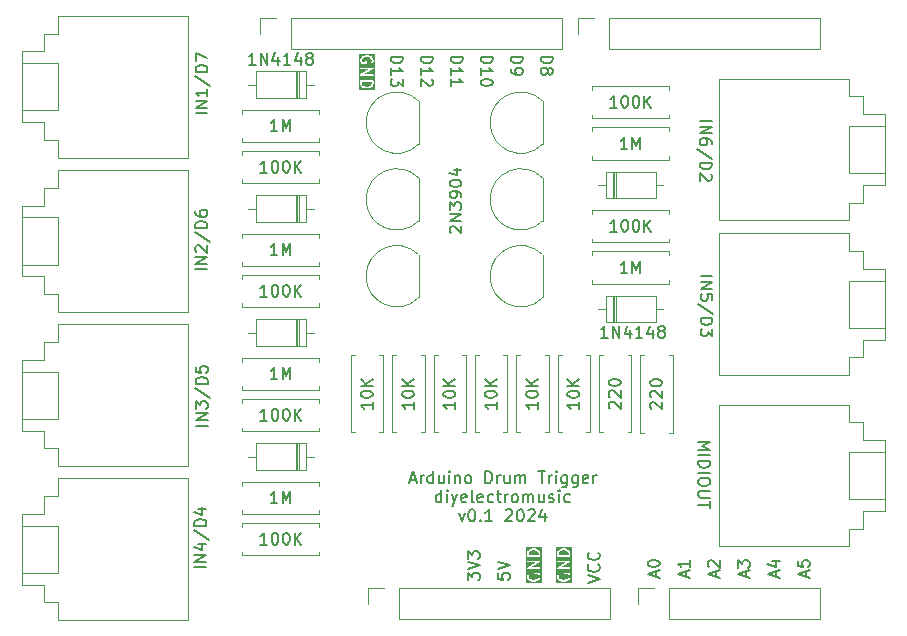
<source format=gbr>
%TF.GenerationSoftware,KiCad,Pcbnew,8.0.5*%
%TF.CreationDate,2024-10-10T19:48:49+01:00*%
%TF.ProjectId,ArduinoDrumTriggerMIDI,41726475-696e-46f4-9472-756d54726967,rev?*%
%TF.SameCoordinates,Original*%
%TF.FileFunction,Legend,Top*%
%TF.FilePolarity,Positive*%
%FSLAX46Y46*%
G04 Gerber Fmt 4.6, Leading zero omitted, Abs format (unit mm)*
G04 Created by KiCad (PCBNEW 8.0.5) date 2024-10-10 19:48:49*
%MOMM*%
%LPD*%
G01*
G04 APERTURE LIST*
%ADD10C,0.150000*%
%ADD11C,0.120000*%
G04 APERTURE END LIST*
D10*
X163669104Y-95210839D02*
X163669104Y-94734649D01*
X163954819Y-95306077D02*
X162954819Y-94972744D01*
X162954819Y-94972744D02*
X163954819Y-94639411D01*
X162954819Y-93829887D02*
X162954819Y-94306077D01*
X162954819Y-94306077D02*
X163431009Y-94353696D01*
X163431009Y-94353696D02*
X163383390Y-94306077D01*
X163383390Y-94306077D02*
X163335771Y-94210839D01*
X163335771Y-94210839D02*
X163335771Y-93972744D01*
X163335771Y-93972744D02*
X163383390Y-93877506D01*
X163383390Y-93877506D02*
X163431009Y-93829887D01*
X163431009Y-93829887D02*
X163526247Y-93782268D01*
X163526247Y-93782268D02*
X163764342Y-93782268D01*
X163764342Y-93782268D02*
X163859580Y-93829887D01*
X163859580Y-93829887D02*
X163907200Y-93877506D01*
X163907200Y-93877506D02*
X163954819Y-93972744D01*
X163954819Y-93972744D02*
X163954819Y-94210839D01*
X163954819Y-94210839D02*
X163907200Y-94306077D01*
X163907200Y-94306077D02*
X163859580Y-94353696D01*
X161129104Y-95210839D02*
X161129104Y-94734649D01*
X161414819Y-95306077D02*
X160414819Y-94972744D01*
X160414819Y-94972744D02*
X161414819Y-94639411D01*
X160748152Y-93877506D02*
X161414819Y-93877506D01*
X160367200Y-94115601D02*
X161081485Y-94353696D01*
X161081485Y-94353696D02*
X161081485Y-93734649D01*
X128501180Y-51136779D02*
X129501180Y-51136779D01*
X129501180Y-51136779D02*
X129501180Y-51374874D01*
X129501180Y-51374874D02*
X129453561Y-51517731D01*
X129453561Y-51517731D02*
X129358323Y-51612969D01*
X129358323Y-51612969D02*
X129263085Y-51660588D01*
X129263085Y-51660588D02*
X129072609Y-51708207D01*
X129072609Y-51708207D02*
X128929752Y-51708207D01*
X128929752Y-51708207D02*
X128739276Y-51660588D01*
X128739276Y-51660588D02*
X128644038Y-51612969D01*
X128644038Y-51612969D02*
X128548800Y-51517731D01*
X128548800Y-51517731D02*
X128501180Y-51374874D01*
X128501180Y-51374874D02*
X128501180Y-51136779D01*
X128501180Y-52660588D02*
X128501180Y-52089160D01*
X128501180Y-52374874D02*
X129501180Y-52374874D01*
X129501180Y-52374874D02*
X129358323Y-52279636D01*
X129358323Y-52279636D02*
X129263085Y-52184398D01*
X129263085Y-52184398D02*
X129215466Y-52089160D01*
X129501180Y-52993922D02*
X129501180Y-53612969D01*
X129501180Y-53612969D02*
X129120228Y-53279636D01*
X129120228Y-53279636D02*
X129120228Y-53422493D01*
X129120228Y-53422493D02*
X129072609Y-53517731D01*
X129072609Y-53517731D02*
X129024990Y-53565350D01*
X129024990Y-53565350D02*
X128929752Y-53612969D01*
X128929752Y-53612969D02*
X128691657Y-53612969D01*
X128691657Y-53612969D02*
X128596419Y-53565350D01*
X128596419Y-53565350D02*
X128548800Y-53517731D01*
X128548800Y-53517731D02*
X128501180Y-53422493D01*
X128501180Y-53422493D02*
X128501180Y-53136779D01*
X128501180Y-53136779D02*
X128548800Y-53041541D01*
X128548800Y-53041541D02*
X128596419Y-52993922D01*
X131041180Y-51136779D02*
X132041180Y-51136779D01*
X132041180Y-51136779D02*
X132041180Y-51374874D01*
X132041180Y-51374874D02*
X131993561Y-51517731D01*
X131993561Y-51517731D02*
X131898323Y-51612969D01*
X131898323Y-51612969D02*
X131803085Y-51660588D01*
X131803085Y-51660588D02*
X131612609Y-51708207D01*
X131612609Y-51708207D02*
X131469752Y-51708207D01*
X131469752Y-51708207D02*
X131279276Y-51660588D01*
X131279276Y-51660588D02*
X131184038Y-51612969D01*
X131184038Y-51612969D02*
X131088800Y-51517731D01*
X131088800Y-51517731D02*
X131041180Y-51374874D01*
X131041180Y-51374874D02*
X131041180Y-51136779D01*
X131041180Y-52660588D02*
X131041180Y-52089160D01*
X131041180Y-52374874D02*
X132041180Y-52374874D01*
X132041180Y-52374874D02*
X131898323Y-52279636D01*
X131898323Y-52279636D02*
X131803085Y-52184398D01*
X131803085Y-52184398D02*
X131755466Y-52089160D01*
X131945942Y-53041541D02*
X131993561Y-53089160D01*
X131993561Y-53089160D02*
X132041180Y-53184398D01*
X132041180Y-53184398D02*
X132041180Y-53422493D01*
X132041180Y-53422493D02*
X131993561Y-53517731D01*
X131993561Y-53517731D02*
X131945942Y-53565350D01*
X131945942Y-53565350D02*
X131850704Y-53612969D01*
X131850704Y-53612969D02*
X131755466Y-53612969D01*
X131755466Y-53612969D02*
X131612609Y-53565350D01*
X131612609Y-53565350D02*
X131041180Y-52993922D01*
X131041180Y-52993922D02*
X131041180Y-53612969D01*
X133581180Y-51136779D02*
X134581180Y-51136779D01*
X134581180Y-51136779D02*
X134581180Y-51374874D01*
X134581180Y-51374874D02*
X134533561Y-51517731D01*
X134533561Y-51517731D02*
X134438323Y-51612969D01*
X134438323Y-51612969D02*
X134343085Y-51660588D01*
X134343085Y-51660588D02*
X134152609Y-51708207D01*
X134152609Y-51708207D02*
X134009752Y-51708207D01*
X134009752Y-51708207D02*
X133819276Y-51660588D01*
X133819276Y-51660588D02*
X133724038Y-51612969D01*
X133724038Y-51612969D02*
X133628800Y-51517731D01*
X133628800Y-51517731D02*
X133581180Y-51374874D01*
X133581180Y-51374874D02*
X133581180Y-51136779D01*
X133581180Y-52660588D02*
X133581180Y-52089160D01*
X133581180Y-52374874D02*
X134581180Y-52374874D01*
X134581180Y-52374874D02*
X134438323Y-52279636D01*
X134438323Y-52279636D02*
X134343085Y-52184398D01*
X134343085Y-52184398D02*
X134295466Y-52089160D01*
X133581180Y-53612969D02*
X133581180Y-53041541D01*
X133581180Y-53327255D02*
X134581180Y-53327255D01*
X134581180Y-53327255D02*
X134438323Y-53232017D01*
X134438323Y-53232017D02*
X134343085Y-53136779D01*
X134343085Y-53136779D02*
X134295466Y-53041541D01*
X145174819Y-95706077D02*
X146174819Y-95372744D01*
X146174819Y-95372744D02*
X145174819Y-95039411D01*
X146079580Y-94134649D02*
X146127200Y-94182268D01*
X146127200Y-94182268D02*
X146174819Y-94325125D01*
X146174819Y-94325125D02*
X146174819Y-94420363D01*
X146174819Y-94420363D02*
X146127200Y-94563220D01*
X146127200Y-94563220D02*
X146031961Y-94658458D01*
X146031961Y-94658458D02*
X145936723Y-94706077D01*
X145936723Y-94706077D02*
X145746247Y-94753696D01*
X145746247Y-94753696D02*
X145603390Y-94753696D01*
X145603390Y-94753696D02*
X145412914Y-94706077D01*
X145412914Y-94706077D02*
X145317676Y-94658458D01*
X145317676Y-94658458D02*
X145222438Y-94563220D01*
X145222438Y-94563220D02*
X145174819Y-94420363D01*
X145174819Y-94420363D02*
X145174819Y-94325125D01*
X145174819Y-94325125D02*
X145222438Y-94182268D01*
X145222438Y-94182268D02*
X145270057Y-94134649D01*
X146079580Y-93134649D02*
X146127200Y-93182268D01*
X146127200Y-93182268D02*
X146174819Y-93325125D01*
X146174819Y-93325125D02*
X146174819Y-93420363D01*
X146174819Y-93420363D02*
X146127200Y-93563220D01*
X146127200Y-93563220D02*
X146031961Y-93658458D01*
X146031961Y-93658458D02*
X145936723Y-93706077D01*
X145936723Y-93706077D02*
X145746247Y-93753696D01*
X145746247Y-93753696D02*
X145603390Y-93753696D01*
X145603390Y-93753696D02*
X145412914Y-93706077D01*
X145412914Y-93706077D02*
X145317676Y-93658458D01*
X145317676Y-93658458D02*
X145222438Y-93563220D01*
X145222438Y-93563220D02*
X145174819Y-93420363D01*
X145174819Y-93420363D02*
X145174819Y-93325125D01*
X145174819Y-93325125D02*
X145222438Y-93182268D01*
X145222438Y-93182268D02*
X145270057Y-93134649D01*
G36*
X143370547Y-92962556D02*
G01*
X143447534Y-93001050D01*
X143521648Y-93075163D01*
X143559819Y-93189676D01*
X143559819Y-93340601D01*
X142709819Y-93340601D01*
X142709819Y-93189676D01*
X142747990Y-93075162D01*
X142822103Y-93001050D01*
X142899090Y-92962556D01*
X143072624Y-92919173D01*
X143197013Y-92919173D01*
X143370547Y-92962556D01*
G37*
G36*
X143820930Y-95696950D02*
G01*
X142448708Y-95696950D01*
X142448708Y-95034649D01*
X142559819Y-95034649D01*
X142559819Y-95177506D01*
X142560548Y-95184911D01*
X142560408Y-95186886D01*
X142560998Y-95189483D01*
X142561260Y-95192138D01*
X142562018Y-95193969D01*
X142563668Y-95201223D01*
X142611287Y-95344080D01*
X142617281Y-95357505D01*
X142619046Y-95359540D01*
X142620078Y-95362031D01*
X142629405Y-95373396D01*
X142724643Y-95468634D01*
X142730393Y-95473354D01*
X142731692Y-95474851D01*
X142733946Y-95476270D01*
X142736008Y-95477962D01*
X142737840Y-95478720D01*
X142744135Y-95482683D01*
X142839373Y-95530302D01*
X142840442Y-95530711D01*
X142840878Y-95531034D01*
X142847014Y-95533226D01*
X142853104Y-95535557D01*
X142853644Y-95535595D01*
X142854724Y-95535981D01*
X143045200Y-95583600D01*
X143047736Y-95583975D01*
X143048758Y-95584398D01*
X143054270Y-95584940D01*
X143059744Y-95585750D01*
X143060836Y-95585587D01*
X143063390Y-95585839D01*
X143206247Y-95585839D01*
X143208800Y-95585587D01*
X143209893Y-95585750D01*
X143215366Y-95584940D01*
X143220879Y-95584398D01*
X143221900Y-95583975D01*
X143224437Y-95583600D01*
X143414913Y-95535981D01*
X143415992Y-95535595D01*
X143416532Y-95535557D01*
X143422613Y-95533229D01*
X143428759Y-95531034D01*
X143429194Y-95530711D01*
X143430264Y-95530302D01*
X143525502Y-95482683D01*
X143531798Y-95478719D01*
X143533628Y-95477962D01*
X143535686Y-95476272D01*
X143537945Y-95474851D01*
X143539244Y-95473352D01*
X143544994Y-95468634D01*
X143640233Y-95373396D01*
X143649561Y-95362031D01*
X143650592Y-95359540D01*
X143652357Y-95357506D01*
X143658351Y-95344080D01*
X143705970Y-95201224D01*
X143707619Y-95193968D01*
X143708378Y-95192138D01*
X143708639Y-95189484D01*
X143709230Y-95186887D01*
X143709089Y-95184912D01*
X143709819Y-95177506D01*
X143709819Y-95082268D01*
X143709089Y-95074861D01*
X143709230Y-95072887D01*
X143708639Y-95070289D01*
X143708378Y-95067636D01*
X143707619Y-95065805D01*
X143705970Y-95058550D01*
X143658351Y-94915694D01*
X143652357Y-94902268D01*
X143650590Y-94900231D01*
X143649560Y-94897743D01*
X143640232Y-94886377D01*
X143592612Y-94838758D01*
X143581247Y-94829431D01*
X143565410Y-94822871D01*
X143554212Y-94818233D01*
X143539580Y-94816792D01*
X143206247Y-94816792D01*
X143191615Y-94818233D01*
X143164579Y-94829432D01*
X143143887Y-94850124D01*
X143132688Y-94877160D01*
X143131247Y-94891792D01*
X143131247Y-95082268D01*
X143132688Y-95096900D01*
X143143887Y-95123936D01*
X143164579Y-95144628D01*
X143191615Y-95155827D01*
X143220879Y-95155827D01*
X143247915Y-95144628D01*
X143268607Y-95123936D01*
X143279806Y-95096900D01*
X143281247Y-95082268D01*
X143281247Y-94966792D01*
X143508514Y-94966792D01*
X143521648Y-94979925D01*
X143559819Y-95094438D01*
X143559819Y-95165336D01*
X143521648Y-95279848D01*
X143447534Y-95353961D01*
X143370547Y-95392455D01*
X143197013Y-95435839D01*
X143072624Y-95435839D01*
X142899090Y-95392455D01*
X142822103Y-95353962D01*
X142747990Y-95279849D01*
X142709819Y-95165335D01*
X142709819Y-95052354D01*
X142749520Y-94972952D01*
X142754775Y-94959221D01*
X142756849Y-94930031D01*
X142747595Y-94902269D01*
X142728422Y-94880162D01*
X142702247Y-94867074D01*
X142673057Y-94865000D01*
X142645296Y-94874254D01*
X142623188Y-94893427D01*
X142615356Y-94905870D01*
X142567737Y-95001108D01*
X142562482Y-95014840D01*
X142562291Y-95017527D01*
X142561260Y-95020017D01*
X142559819Y-95034649D01*
X142448708Y-95034649D01*
X142448708Y-94457981D01*
X142560002Y-94457981D01*
X142561260Y-94467877D01*
X142561260Y-94477852D01*
X142563089Y-94482267D01*
X142563692Y-94487011D01*
X142568642Y-94495675D01*
X142572459Y-94504888D01*
X142575837Y-94508266D01*
X142578211Y-94512420D01*
X142586100Y-94518529D01*
X142593151Y-94525580D01*
X142597567Y-94527409D01*
X142601348Y-94530337D01*
X142610971Y-94532961D01*
X142620187Y-94536779D01*
X142627669Y-94537515D01*
X142629580Y-94538037D01*
X142631055Y-94537849D01*
X142634819Y-94538220D01*
X143634819Y-94538220D01*
X143649451Y-94536779D01*
X143676487Y-94525580D01*
X143697179Y-94504888D01*
X143708378Y-94477852D01*
X143708378Y-94448588D01*
X143697179Y-94421552D01*
X143676487Y-94400860D01*
X143649451Y-94389661D01*
X143634819Y-94388220D01*
X142917236Y-94388220D01*
X143672030Y-93956910D01*
X143675114Y-93954720D01*
X143676487Y-93954152D01*
X143677884Y-93952754D01*
X143684019Y-93948400D01*
X143690127Y-93940511D01*
X143697179Y-93933460D01*
X143699009Y-93929041D01*
X143701936Y-93925262D01*
X143704560Y-93915640D01*
X143708378Y-93906424D01*
X143708378Y-93901643D01*
X143709636Y-93897031D01*
X143708378Y-93887134D01*
X143708378Y-93877160D01*
X143706548Y-93872744D01*
X143705946Y-93868001D01*
X143700995Y-93859336D01*
X143697179Y-93850124D01*
X143693800Y-93846745D01*
X143691427Y-93842592D01*
X143683537Y-93836482D01*
X143676487Y-93829432D01*
X143672070Y-93827602D01*
X143668290Y-93824675D01*
X143658666Y-93822050D01*
X143649451Y-93818233D01*
X143641968Y-93817496D01*
X143640058Y-93816975D01*
X143638582Y-93817162D01*
X143634819Y-93816792D01*
X142634819Y-93816792D01*
X142620187Y-93818233D01*
X142593151Y-93829432D01*
X142572459Y-93850124D01*
X142561260Y-93877160D01*
X142561260Y-93906424D01*
X142572459Y-93933460D01*
X142593151Y-93954152D01*
X142620187Y-93965351D01*
X142634819Y-93966792D01*
X143352402Y-93966792D01*
X142597609Y-94398102D01*
X142594525Y-94400290D01*
X142593151Y-94400860D01*
X142591751Y-94402259D01*
X142585619Y-94406612D01*
X142579509Y-94414501D01*
X142572459Y-94421552D01*
X142570629Y-94425968D01*
X142567702Y-94429749D01*
X142565077Y-94439372D01*
X142561260Y-94448588D01*
X142561260Y-94453368D01*
X142560002Y-94457981D01*
X142448708Y-94457981D01*
X142448708Y-93177506D01*
X142559819Y-93177506D01*
X142559819Y-93415601D01*
X142561260Y-93430233D01*
X142572459Y-93457269D01*
X142593151Y-93477961D01*
X142620187Y-93489160D01*
X142634819Y-93490601D01*
X143634819Y-93490601D01*
X143649451Y-93489160D01*
X143676487Y-93477961D01*
X143697179Y-93457269D01*
X143708378Y-93430233D01*
X143709819Y-93415601D01*
X143709819Y-93177506D01*
X143709089Y-93170099D01*
X143709230Y-93168125D01*
X143708639Y-93165527D01*
X143708378Y-93162874D01*
X143707619Y-93161043D01*
X143705970Y-93153788D01*
X143658351Y-93010932D01*
X143652357Y-92997506D01*
X143650592Y-92995471D01*
X143649561Y-92992981D01*
X143640233Y-92981616D01*
X143544994Y-92886378D01*
X143539244Y-92881659D01*
X143537945Y-92880161D01*
X143535686Y-92878739D01*
X143533628Y-92877050D01*
X143531798Y-92876292D01*
X143525502Y-92872329D01*
X143430264Y-92824710D01*
X143429194Y-92824300D01*
X143428759Y-92823978D01*
X143422613Y-92821782D01*
X143416532Y-92819455D01*
X143415992Y-92819416D01*
X143414913Y-92819031D01*
X143224437Y-92771412D01*
X143221900Y-92771036D01*
X143220879Y-92770614D01*
X143215366Y-92770071D01*
X143209893Y-92769262D01*
X143208800Y-92769424D01*
X143206247Y-92769173D01*
X143063390Y-92769173D01*
X143060836Y-92769424D01*
X143059744Y-92769262D01*
X143054270Y-92770071D01*
X143048758Y-92770614D01*
X143047736Y-92771036D01*
X143045200Y-92771412D01*
X142854724Y-92819031D01*
X142853644Y-92819416D01*
X142853104Y-92819455D01*
X142847014Y-92821785D01*
X142840878Y-92823978D01*
X142840442Y-92824300D01*
X142839373Y-92824710D01*
X142744135Y-92872329D01*
X142737840Y-92876291D01*
X142736008Y-92877050D01*
X142733946Y-92878741D01*
X142731692Y-92880161D01*
X142730393Y-92881657D01*
X142724643Y-92886378D01*
X142629405Y-92981616D01*
X142620078Y-92992981D01*
X142619046Y-92995471D01*
X142617281Y-92997507D01*
X142611287Y-93010932D01*
X142563668Y-93153789D01*
X142562018Y-93161042D01*
X142561260Y-93162874D01*
X142560998Y-93165528D01*
X142560408Y-93168126D01*
X142560548Y-93170100D01*
X142559819Y-93177506D01*
X142448708Y-93177506D01*
X142448708Y-92658062D01*
X143820930Y-92658062D01*
X143820930Y-95696950D01*
G37*
X153509104Y-95210839D02*
X153509104Y-94734649D01*
X153794819Y-95306077D02*
X152794819Y-94972744D01*
X152794819Y-94972744D02*
X153794819Y-94639411D01*
X153794819Y-93782268D02*
X153794819Y-94353696D01*
X153794819Y-94067982D02*
X152794819Y-94067982D01*
X152794819Y-94067982D02*
X152937676Y-94163220D01*
X152937676Y-94163220D02*
X153032914Y-94258458D01*
X153032914Y-94258458D02*
X153080533Y-94353696D01*
X137554819Y-94887030D02*
X137554819Y-95363220D01*
X137554819Y-95363220D02*
X138031009Y-95410839D01*
X138031009Y-95410839D02*
X137983390Y-95363220D01*
X137983390Y-95363220D02*
X137935771Y-95267982D01*
X137935771Y-95267982D02*
X137935771Y-95029887D01*
X137935771Y-95029887D02*
X137983390Y-94934649D01*
X137983390Y-94934649D02*
X138031009Y-94887030D01*
X138031009Y-94887030D02*
X138126247Y-94839411D01*
X138126247Y-94839411D02*
X138364342Y-94839411D01*
X138364342Y-94839411D02*
X138459580Y-94887030D01*
X138459580Y-94887030D02*
X138507200Y-94934649D01*
X138507200Y-94934649D02*
X138554819Y-95029887D01*
X138554819Y-95029887D02*
X138554819Y-95267982D01*
X138554819Y-95267982D02*
X138507200Y-95363220D01*
X138507200Y-95363220D02*
X138459580Y-95410839D01*
X137554819Y-94553696D02*
X138554819Y-94220363D01*
X138554819Y-94220363D02*
X137554819Y-93887030D01*
X138661180Y-51136779D02*
X139661180Y-51136779D01*
X139661180Y-51136779D02*
X139661180Y-51374874D01*
X139661180Y-51374874D02*
X139613561Y-51517731D01*
X139613561Y-51517731D02*
X139518323Y-51612969D01*
X139518323Y-51612969D02*
X139423085Y-51660588D01*
X139423085Y-51660588D02*
X139232609Y-51708207D01*
X139232609Y-51708207D02*
X139089752Y-51708207D01*
X139089752Y-51708207D02*
X138899276Y-51660588D01*
X138899276Y-51660588D02*
X138804038Y-51612969D01*
X138804038Y-51612969D02*
X138708800Y-51517731D01*
X138708800Y-51517731D02*
X138661180Y-51374874D01*
X138661180Y-51374874D02*
X138661180Y-51136779D01*
X138661180Y-52184398D02*
X138661180Y-52374874D01*
X138661180Y-52374874D02*
X138708800Y-52470112D01*
X138708800Y-52470112D02*
X138756419Y-52517731D01*
X138756419Y-52517731D02*
X138899276Y-52612969D01*
X138899276Y-52612969D02*
X139089752Y-52660588D01*
X139089752Y-52660588D02*
X139470704Y-52660588D01*
X139470704Y-52660588D02*
X139565942Y-52612969D01*
X139565942Y-52612969D02*
X139613561Y-52565350D01*
X139613561Y-52565350D02*
X139661180Y-52470112D01*
X139661180Y-52470112D02*
X139661180Y-52279636D01*
X139661180Y-52279636D02*
X139613561Y-52184398D01*
X139613561Y-52184398D02*
X139565942Y-52136779D01*
X139565942Y-52136779D02*
X139470704Y-52089160D01*
X139470704Y-52089160D02*
X139232609Y-52089160D01*
X139232609Y-52089160D02*
X139137371Y-52136779D01*
X139137371Y-52136779D02*
X139089752Y-52184398D01*
X139089752Y-52184398D02*
X139042133Y-52279636D01*
X139042133Y-52279636D02*
X139042133Y-52470112D01*
X139042133Y-52470112D02*
X139089752Y-52565350D01*
X139089752Y-52565350D02*
X139137371Y-52612969D01*
X139137371Y-52612969D02*
X139232609Y-52660588D01*
X135014819Y-95458458D02*
X135014819Y-94839411D01*
X135014819Y-94839411D02*
X135395771Y-95172744D01*
X135395771Y-95172744D02*
X135395771Y-95029887D01*
X135395771Y-95029887D02*
X135443390Y-94934649D01*
X135443390Y-94934649D02*
X135491009Y-94887030D01*
X135491009Y-94887030D02*
X135586247Y-94839411D01*
X135586247Y-94839411D02*
X135824342Y-94839411D01*
X135824342Y-94839411D02*
X135919580Y-94887030D01*
X135919580Y-94887030D02*
X135967200Y-94934649D01*
X135967200Y-94934649D02*
X136014819Y-95029887D01*
X136014819Y-95029887D02*
X136014819Y-95315601D01*
X136014819Y-95315601D02*
X135967200Y-95410839D01*
X135967200Y-95410839D02*
X135919580Y-95458458D01*
X135014819Y-94553696D02*
X136014819Y-94220363D01*
X136014819Y-94220363D02*
X135014819Y-93887030D01*
X135014819Y-93648934D02*
X135014819Y-93029887D01*
X135014819Y-93029887D02*
X135395771Y-93363220D01*
X135395771Y-93363220D02*
X135395771Y-93220363D01*
X135395771Y-93220363D02*
X135443390Y-93125125D01*
X135443390Y-93125125D02*
X135491009Y-93077506D01*
X135491009Y-93077506D02*
X135586247Y-93029887D01*
X135586247Y-93029887D02*
X135824342Y-93029887D01*
X135824342Y-93029887D02*
X135919580Y-93077506D01*
X135919580Y-93077506D02*
X135967200Y-93125125D01*
X135967200Y-93125125D02*
X136014819Y-93220363D01*
X136014819Y-93220363D02*
X136014819Y-93506077D01*
X136014819Y-93506077D02*
X135967200Y-93601315D01*
X135967200Y-93601315D02*
X135919580Y-93648934D01*
G36*
X126886180Y-53410323D02*
G01*
X126848009Y-53524836D01*
X126773896Y-53598949D01*
X126696909Y-53637442D01*
X126523375Y-53680826D01*
X126398986Y-53680826D01*
X126225452Y-53637442D01*
X126148465Y-53598949D01*
X126074351Y-53524835D01*
X126036180Y-53410321D01*
X126036180Y-53259398D01*
X126886180Y-53259398D01*
X126886180Y-53410323D01*
G37*
G36*
X127147291Y-53941937D02*
G01*
X125775069Y-53941937D01*
X125775069Y-53184398D01*
X125886180Y-53184398D01*
X125886180Y-53422493D01*
X125886909Y-53429898D01*
X125886769Y-53431874D01*
X125887359Y-53434471D01*
X125887621Y-53437125D01*
X125888379Y-53438955D01*
X125890029Y-53446211D01*
X125937649Y-53589068D01*
X125943643Y-53602493D01*
X125945409Y-53604529D01*
X125946440Y-53607018D01*
X125955767Y-53618383D01*
X126051005Y-53713621D01*
X126056755Y-53718341D01*
X126058054Y-53719838D01*
X126060308Y-53721257D01*
X126062370Y-53722949D01*
X126064202Y-53723707D01*
X126070497Y-53727670D01*
X126165735Y-53775289D01*
X126166804Y-53775698D01*
X126167240Y-53776021D01*
X126173376Y-53778213D01*
X126179466Y-53780544D01*
X126180006Y-53780582D01*
X126181086Y-53780968D01*
X126371562Y-53828587D01*
X126374098Y-53828962D01*
X126375120Y-53829385D01*
X126380632Y-53829927D01*
X126386106Y-53830737D01*
X126387198Y-53830574D01*
X126389752Y-53830826D01*
X126532609Y-53830826D01*
X126535162Y-53830574D01*
X126536255Y-53830737D01*
X126541728Y-53829927D01*
X126547241Y-53829385D01*
X126548262Y-53828962D01*
X126550799Y-53828587D01*
X126741275Y-53780968D01*
X126742354Y-53780582D01*
X126742894Y-53780544D01*
X126748975Y-53778216D01*
X126755121Y-53776021D01*
X126755556Y-53775698D01*
X126756626Y-53775289D01*
X126851864Y-53727670D01*
X126858163Y-53723705D01*
X126859991Y-53722948D01*
X126862047Y-53721259D01*
X126864307Y-53719838D01*
X126865606Y-53718339D01*
X126871356Y-53713621D01*
X126966594Y-53618383D01*
X126975922Y-53607018D01*
X126976953Y-53604527D01*
X126978718Y-53602493D01*
X126984712Y-53589067D01*
X127032331Y-53446211D01*
X127033980Y-53438955D01*
X127034739Y-53437125D01*
X127035000Y-53434471D01*
X127035591Y-53431874D01*
X127035450Y-53429899D01*
X127036180Y-53422493D01*
X127036180Y-53184398D01*
X127034739Y-53169766D01*
X127023540Y-53142730D01*
X127002848Y-53122038D01*
X126975812Y-53110839D01*
X126961180Y-53109398D01*
X125961180Y-53109398D01*
X125946548Y-53110839D01*
X125919512Y-53122038D01*
X125898820Y-53142730D01*
X125887621Y-53169766D01*
X125886180Y-53184398D01*
X125775069Y-53184398D01*
X125775069Y-52702968D01*
X125886363Y-52702968D01*
X125887621Y-52712864D01*
X125887621Y-52722839D01*
X125889450Y-52727254D01*
X125890053Y-52731998D01*
X125895003Y-52740662D01*
X125898820Y-52749875D01*
X125902198Y-52753253D01*
X125904572Y-52757407D01*
X125912461Y-52763516D01*
X125919512Y-52770567D01*
X125923928Y-52772396D01*
X125927709Y-52775324D01*
X125937332Y-52777948D01*
X125946548Y-52781766D01*
X125954030Y-52782502D01*
X125955941Y-52783024D01*
X125957416Y-52782836D01*
X125961180Y-52783207D01*
X126961180Y-52783207D01*
X126975812Y-52781766D01*
X127002848Y-52770567D01*
X127023540Y-52749875D01*
X127034739Y-52722839D01*
X127034739Y-52693575D01*
X127023540Y-52666539D01*
X127002848Y-52645847D01*
X126975812Y-52634648D01*
X126961180Y-52633207D01*
X126243597Y-52633207D01*
X126998391Y-52201897D01*
X127001475Y-52199707D01*
X127002848Y-52199139D01*
X127004245Y-52197741D01*
X127010380Y-52193387D01*
X127016488Y-52185498D01*
X127023540Y-52178447D01*
X127025370Y-52174028D01*
X127028297Y-52170249D01*
X127030921Y-52160627D01*
X127034739Y-52151411D01*
X127034739Y-52146630D01*
X127035997Y-52142018D01*
X127034739Y-52132121D01*
X127034739Y-52122147D01*
X127032909Y-52117731D01*
X127032307Y-52112988D01*
X127027356Y-52104323D01*
X127023540Y-52095111D01*
X127020161Y-52091732D01*
X127017788Y-52087579D01*
X127009898Y-52081469D01*
X127002848Y-52074419D01*
X126998431Y-52072589D01*
X126994651Y-52069662D01*
X126985027Y-52067037D01*
X126975812Y-52063220D01*
X126968329Y-52062483D01*
X126966419Y-52061962D01*
X126964943Y-52062149D01*
X126961180Y-52061779D01*
X125961180Y-52061779D01*
X125946548Y-52063220D01*
X125919512Y-52074419D01*
X125898820Y-52095111D01*
X125887621Y-52122147D01*
X125887621Y-52151411D01*
X125898820Y-52178447D01*
X125919512Y-52199139D01*
X125946548Y-52210338D01*
X125961180Y-52211779D01*
X126678763Y-52211779D01*
X125923970Y-52643089D01*
X125920886Y-52645277D01*
X125919512Y-52645847D01*
X125918112Y-52647246D01*
X125911980Y-52651599D01*
X125905870Y-52659488D01*
X125898820Y-52666539D01*
X125896990Y-52670955D01*
X125894063Y-52674736D01*
X125891438Y-52684359D01*
X125887621Y-52693575D01*
X125887621Y-52698355D01*
X125886363Y-52702968D01*
X125775069Y-52702968D01*
X125775069Y-51422493D01*
X125886180Y-51422493D01*
X125886180Y-51517731D01*
X125886909Y-51525136D01*
X125886769Y-51527112D01*
X125887359Y-51529709D01*
X125887621Y-51532363D01*
X125888379Y-51534193D01*
X125890029Y-51541449D01*
X125937649Y-51684306D01*
X125943643Y-51697731D01*
X125945409Y-51699767D01*
X125946440Y-51702256D01*
X125955767Y-51713621D01*
X126003386Y-51761240D01*
X126014751Y-51770567D01*
X126041787Y-51781766D01*
X126056419Y-51783207D01*
X126389752Y-51783207D01*
X126404384Y-51781766D01*
X126431420Y-51770567D01*
X126452112Y-51749875D01*
X126463311Y-51722839D01*
X126463311Y-51722838D01*
X126464752Y-51708207D01*
X126464752Y-51517731D01*
X126463311Y-51503099D01*
X126452112Y-51476063D01*
X126431420Y-51455371D01*
X126404384Y-51444172D01*
X126375120Y-51444172D01*
X126348084Y-51455371D01*
X126327392Y-51476063D01*
X126316193Y-51503099D01*
X126314752Y-51517731D01*
X126314752Y-51633207D01*
X126087485Y-51633207D01*
X126074351Y-51620073D01*
X126036180Y-51505559D01*
X126036180Y-51434664D01*
X126074351Y-51320150D01*
X126148465Y-51246037D01*
X126225452Y-51207543D01*
X126398986Y-51164160D01*
X126523375Y-51164160D01*
X126696909Y-51207543D01*
X126773896Y-51246037D01*
X126848009Y-51320150D01*
X126886180Y-51434663D01*
X126886180Y-51547645D01*
X126846479Y-51627047D01*
X126841224Y-51640779D01*
X126839150Y-51669969D01*
X126848404Y-51697730D01*
X126867577Y-51719838D01*
X126893752Y-51732925D01*
X126922942Y-51734999D01*
X126950703Y-51725745D01*
X126972811Y-51706572D01*
X126980643Y-51694129D01*
X127028262Y-51598891D01*
X127033517Y-51585160D01*
X127033708Y-51582470D01*
X127034739Y-51579982D01*
X127036180Y-51565350D01*
X127036180Y-51422493D01*
X127035450Y-51415086D01*
X127035591Y-51413112D01*
X127035000Y-51410514D01*
X127034739Y-51407861D01*
X127033980Y-51406030D01*
X127032331Y-51398775D01*
X126984712Y-51255919D01*
X126978718Y-51242493D01*
X126976953Y-51240458D01*
X126975922Y-51237968D01*
X126966594Y-51226603D01*
X126871356Y-51131365D01*
X126865606Y-51126646D01*
X126864307Y-51125148D01*
X126862047Y-51123726D01*
X126859991Y-51122038D01*
X126858163Y-51121280D01*
X126851864Y-51117316D01*
X126756626Y-51069697D01*
X126755556Y-51069287D01*
X126755121Y-51068965D01*
X126748975Y-51066769D01*
X126742894Y-51064442D01*
X126742354Y-51064403D01*
X126741275Y-51064018D01*
X126550799Y-51016399D01*
X126548262Y-51016023D01*
X126547241Y-51015601D01*
X126541728Y-51015058D01*
X126536255Y-51014249D01*
X126535162Y-51014411D01*
X126532609Y-51014160D01*
X126389752Y-51014160D01*
X126387198Y-51014411D01*
X126386106Y-51014249D01*
X126380632Y-51015058D01*
X126375120Y-51015601D01*
X126374098Y-51016023D01*
X126371562Y-51016399D01*
X126181086Y-51064018D01*
X126180006Y-51064403D01*
X126179466Y-51064442D01*
X126173376Y-51066772D01*
X126167240Y-51068965D01*
X126166804Y-51069287D01*
X126165735Y-51069697D01*
X126070497Y-51117316D01*
X126064202Y-51121278D01*
X126062370Y-51122037D01*
X126060308Y-51123728D01*
X126058054Y-51125148D01*
X126056755Y-51126644D01*
X126051005Y-51131365D01*
X125955767Y-51226603D01*
X125946440Y-51237968D01*
X125945409Y-51240456D01*
X125943643Y-51242493D01*
X125937649Y-51255918D01*
X125890029Y-51398775D01*
X125888379Y-51406030D01*
X125887621Y-51407861D01*
X125887359Y-51410514D01*
X125886769Y-51413112D01*
X125886909Y-51415087D01*
X125886180Y-51422493D01*
X125775069Y-51422493D01*
X125775069Y-50903049D01*
X127147291Y-50903049D01*
X127147291Y-53941937D01*
G37*
X141201180Y-51136779D02*
X142201180Y-51136779D01*
X142201180Y-51136779D02*
X142201180Y-51374874D01*
X142201180Y-51374874D02*
X142153561Y-51517731D01*
X142153561Y-51517731D02*
X142058323Y-51612969D01*
X142058323Y-51612969D02*
X141963085Y-51660588D01*
X141963085Y-51660588D02*
X141772609Y-51708207D01*
X141772609Y-51708207D02*
X141629752Y-51708207D01*
X141629752Y-51708207D02*
X141439276Y-51660588D01*
X141439276Y-51660588D02*
X141344038Y-51612969D01*
X141344038Y-51612969D02*
X141248800Y-51517731D01*
X141248800Y-51517731D02*
X141201180Y-51374874D01*
X141201180Y-51374874D02*
X141201180Y-51136779D01*
X141772609Y-52279636D02*
X141820228Y-52184398D01*
X141820228Y-52184398D02*
X141867847Y-52136779D01*
X141867847Y-52136779D02*
X141963085Y-52089160D01*
X141963085Y-52089160D02*
X142010704Y-52089160D01*
X142010704Y-52089160D02*
X142105942Y-52136779D01*
X142105942Y-52136779D02*
X142153561Y-52184398D01*
X142153561Y-52184398D02*
X142201180Y-52279636D01*
X142201180Y-52279636D02*
X142201180Y-52470112D01*
X142201180Y-52470112D02*
X142153561Y-52565350D01*
X142153561Y-52565350D02*
X142105942Y-52612969D01*
X142105942Y-52612969D02*
X142010704Y-52660588D01*
X142010704Y-52660588D02*
X141963085Y-52660588D01*
X141963085Y-52660588D02*
X141867847Y-52612969D01*
X141867847Y-52612969D02*
X141820228Y-52565350D01*
X141820228Y-52565350D02*
X141772609Y-52470112D01*
X141772609Y-52470112D02*
X141772609Y-52279636D01*
X141772609Y-52279636D02*
X141724990Y-52184398D01*
X141724990Y-52184398D02*
X141677371Y-52136779D01*
X141677371Y-52136779D02*
X141582133Y-52089160D01*
X141582133Y-52089160D02*
X141391657Y-52089160D01*
X141391657Y-52089160D02*
X141296419Y-52136779D01*
X141296419Y-52136779D02*
X141248800Y-52184398D01*
X141248800Y-52184398D02*
X141201180Y-52279636D01*
X141201180Y-52279636D02*
X141201180Y-52470112D01*
X141201180Y-52470112D02*
X141248800Y-52565350D01*
X141248800Y-52565350D02*
X141296419Y-52612969D01*
X141296419Y-52612969D02*
X141391657Y-52660588D01*
X141391657Y-52660588D02*
X141582133Y-52660588D01*
X141582133Y-52660588D02*
X141677371Y-52612969D01*
X141677371Y-52612969D02*
X141724990Y-52565350D01*
X141724990Y-52565350D02*
X141772609Y-52470112D01*
X156049104Y-95210839D02*
X156049104Y-94734649D01*
X156334819Y-95306077D02*
X155334819Y-94972744D01*
X155334819Y-94972744D02*
X156334819Y-94639411D01*
X155430057Y-94353696D02*
X155382438Y-94306077D01*
X155382438Y-94306077D02*
X155334819Y-94210839D01*
X155334819Y-94210839D02*
X155334819Y-93972744D01*
X155334819Y-93972744D02*
X155382438Y-93877506D01*
X155382438Y-93877506D02*
X155430057Y-93829887D01*
X155430057Y-93829887D02*
X155525295Y-93782268D01*
X155525295Y-93782268D02*
X155620533Y-93782268D01*
X155620533Y-93782268D02*
X155763390Y-93829887D01*
X155763390Y-93829887D02*
X156334819Y-94401315D01*
X156334819Y-94401315D02*
X156334819Y-93782268D01*
X158589104Y-95210839D02*
X158589104Y-94734649D01*
X158874819Y-95306077D02*
X157874819Y-94972744D01*
X157874819Y-94972744D02*
X158874819Y-94639411D01*
X157874819Y-94401315D02*
X157874819Y-93782268D01*
X157874819Y-93782268D02*
X158255771Y-94115601D01*
X158255771Y-94115601D02*
X158255771Y-93972744D01*
X158255771Y-93972744D02*
X158303390Y-93877506D01*
X158303390Y-93877506D02*
X158351009Y-93829887D01*
X158351009Y-93829887D02*
X158446247Y-93782268D01*
X158446247Y-93782268D02*
X158684342Y-93782268D01*
X158684342Y-93782268D02*
X158779580Y-93829887D01*
X158779580Y-93829887D02*
X158827200Y-93877506D01*
X158827200Y-93877506D02*
X158874819Y-93972744D01*
X158874819Y-93972744D02*
X158874819Y-94258458D01*
X158874819Y-94258458D02*
X158827200Y-94353696D01*
X158827200Y-94353696D02*
X158779580Y-94401315D01*
X150969104Y-95210839D02*
X150969104Y-94734649D01*
X151254819Y-95306077D02*
X150254819Y-94972744D01*
X150254819Y-94972744D02*
X151254819Y-94639411D01*
X150254819Y-94115601D02*
X150254819Y-94020363D01*
X150254819Y-94020363D02*
X150302438Y-93925125D01*
X150302438Y-93925125D02*
X150350057Y-93877506D01*
X150350057Y-93877506D02*
X150445295Y-93829887D01*
X150445295Y-93829887D02*
X150635771Y-93782268D01*
X150635771Y-93782268D02*
X150873866Y-93782268D01*
X150873866Y-93782268D02*
X151064342Y-93829887D01*
X151064342Y-93829887D02*
X151159580Y-93877506D01*
X151159580Y-93877506D02*
X151207200Y-93925125D01*
X151207200Y-93925125D02*
X151254819Y-94020363D01*
X151254819Y-94020363D02*
X151254819Y-94115601D01*
X151254819Y-94115601D02*
X151207200Y-94210839D01*
X151207200Y-94210839D02*
X151159580Y-94258458D01*
X151159580Y-94258458D02*
X151064342Y-94306077D01*
X151064342Y-94306077D02*
X150873866Y-94353696D01*
X150873866Y-94353696D02*
X150635771Y-94353696D01*
X150635771Y-94353696D02*
X150445295Y-94306077D01*
X150445295Y-94306077D02*
X150350057Y-94258458D01*
X150350057Y-94258458D02*
X150302438Y-94210839D01*
X150302438Y-94210839D02*
X150254819Y-94115601D01*
X130122856Y-86964216D02*
X130599046Y-86964216D01*
X130027618Y-87249931D02*
X130360951Y-86249931D01*
X130360951Y-86249931D02*
X130694284Y-87249931D01*
X131027618Y-87249931D02*
X131027618Y-86583264D01*
X131027618Y-86773740D02*
X131075237Y-86678502D01*
X131075237Y-86678502D02*
X131122856Y-86630883D01*
X131122856Y-86630883D02*
X131218094Y-86583264D01*
X131218094Y-86583264D02*
X131313332Y-86583264D01*
X132075237Y-87249931D02*
X132075237Y-86249931D01*
X132075237Y-87202312D02*
X131979999Y-87249931D01*
X131979999Y-87249931D02*
X131789523Y-87249931D01*
X131789523Y-87249931D02*
X131694285Y-87202312D01*
X131694285Y-87202312D02*
X131646666Y-87154692D01*
X131646666Y-87154692D02*
X131599047Y-87059454D01*
X131599047Y-87059454D02*
X131599047Y-86773740D01*
X131599047Y-86773740D02*
X131646666Y-86678502D01*
X131646666Y-86678502D02*
X131694285Y-86630883D01*
X131694285Y-86630883D02*
X131789523Y-86583264D01*
X131789523Y-86583264D02*
X131979999Y-86583264D01*
X131979999Y-86583264D02*
X132075237Y-86630883D01*
X132979999Y-86583264D02*
X132979999Y-87249931D01*
X132551428Y-86583264D02*
X132551428Y-87107073D01*
X132551428Y-87107073D02*
X132599047Y-87202312D01*
X132599047Y-87202312D02*
X132694285Y-87249931D01*
X132694285Y-87249931D02*
X132837142Y-87249931D01*
X132837142Y-87249931D02*
X132932380Y-87202312D01*
X132932380Y-87202312D02*
X132979999Y-87154692D01*
X133456190Y-87249931D02*
X133456190Y-86583264D01*
X133456190Y-86249931D02*
X133408571Y-86297550D01*
X133408571Y-86297550D02*
X133456190Y-86345169D01*
X133456190Y-86345169D02*
X133503809Y-86297550D01*
X133503809Y-86297550D02*
X133456190Y-86249931D01*
X133456190Y-86249931D02*
X133456190Y-86345169D01*
X133932380Y-86583264D02*
X133932380Y-87249931D01*
X133932380Y-86678502D02*
X133979999Y-86630883D01*
X133979999Y-86630883D02*
X134075237Y-86583264D01*
X134075237Y-86583264D02*
X134218094Y-86583264D01*
X134218094Y-86583264D02*
X134313332Y-86630883D01*
X134313332Y-86630883D02*
X134360951Y-86726121D01*
X134360951Y-86726121D02*
X134360951Y-87249931D01*
X134979999Y-87249931D02*
X134884761Y-87202312D01*
X134884761Y-87202312D02*
X134837142Y-87154692D01*
X134837142Y-87154692D02*
X134789523Y-87059454D01*
X134789523Y-87059454D02*
X134789523Y-86773740D01*
X134789523Y-86773740D02*
X134837142Y-86678502D01*
X134837142Y-86678502D02*
X134884761Y-86630883D01*
X134884761Y-86630883D02*
X134979999Y-86583264D01*
X134979999Y-86583264D02*
X135122856Y-86583264D01*
X135122856Y-86583264D02*
X135218094Y-86630883D01*
X135218094Y-86630883D02*
X135265713Y-86678502D01*
X135265713Y-86678502D02*
X135313332Y-86773740D01*
X135313332Y-86773740D02*
X135313332Y-87059454D01*
X135313332Y-87059454D02*
X135265713Y-87154692D01*
X135265713Y-87154692D02*
X135218094Y-87202312D01*
X135218094Y-87202312D02*
X135122856Y-87249931D01*
X135122856Y-87249931D02*
X134979999Y-87249931D01*
X136503809Y-87249931D02*
X136503809Y-86249931D01*
X136503809Y-86249931D02*
X136741904Y-86249931D01*
X136741904Y-86249931D02*
X136884761Y-86297550D01*
X136884761Y-86297550D02*
X136979999Y-86392788D01*
X136979999Y-86392788D02*
X137027618Y-86488026D01*
X137027618Y-86488026D02*
X137075237Y-86678502D01*
X137075237Y-86678502D02*
X137075237Y-86821359D01*
X137075237Y-86821359D02*
X137027618Y-87011835D01*
X137027618Y-87011835D02*
X136979999Y-87107073D01*
X136979999Y-87107073D02*
X136884761Y-87202312D01*
X136884761Y-87202312D02*
X136741904Y-87249931D01*
X136741904Y-87249931D02*
X136503809Y-87249931D01*
X137503809Y-87249931D02*
X137503809Y-86583264D01*
X137503809Y-86773740D02*
X137551428Y-86678502D01*
X137551428Y-86678502D02*
X137599047Y-86630883D01*
X137599047Y-86630883D02*
X137694285Y-86583264D01*
X137694285Y-86583264D02*
X137789523Y-86583264D01*
X138551428Y-86583264D02*
X138551428Y-87249931D01*
X138122857Y-86583264D02*
X138122857Y-87107073D01*
X138122857Y-87107073D02*
X138170476Y-87202312D01*
X138170476Y-87202312D02*
X138265714Y-87249931D01*
X138265714Y-87249931D02*
X138408571Y-87249931D01*
X138408571Y-87249931D02*
X138503809Y-87202312D01*
X138503809Y-87202312D02*
X138551428Y-87154692D01*
X139027619Y-87249931D02*
X139027619Y-86583264D01*
X139027619Y-86678502D02*
X139075238Y-86630883D01*
X139075238Y-86630883D02*
X139170476Y-86583264D01*
X139170476Y-86583264D02*
X139313333Y-86583264D01*
X139313333Y-86583264D02*
X139408571Y-86630883D01*
X139408571Y-86630883D02*
X139456190Y-86726121D01*
X139456190Y-86726121D02*
X139456190Y-87249931D01*
X139456190Y-86726121D02*
X139503809Y-86630883D01*
X139503809Y-86630883D02*
X139599047Y-86583264D01*
X139599047Y-86583264D02*
X139741904Y-86583264D01*
X139741904Y-86583264D02*
X139837143Y-86630883D01*
X139837143Y-86630883D02*
X139884762Y-86726121D01*
X139884762Y-86726121D02*
X139884762Y-87249931D01*
X140980000Y-86249931D02*
X141551428Y-86249931D01*
X141265714Y-87249931D02*
X141265714Y-86249931D01*
X141884762Y-87249931D02*
X141884762Y-86583264D01*
X141884762Y-86773740D02*
X141932381Y-86678502D01*
X141932381Y-86678502D02*
X141980000Y-86630883D01*
X141980000Y-86630883D02*
X142075238Y-86583264D01*
X142075238Y-86583264D02*
X142170476Y-86583264D01*
X142503810Y-87249931D02*
X142503810Y-86583264D01*
X142503810Y-86249931D02*
X142456191Y-86297550D01*
X142456191Y-86297550D02*
X142503810Y-86345169D01*
X142503810Y-86345169D02*
X142551429Y-86297550D01*
X142551429Y-86297550D02*
X142503810Y-86249931D01*
X142503810Y-86249931D02*
X142503810Y-86345169D01*
X143408571Y-86583264D02*
X143408571Y-87392788D01*
X143408571Y-87392788D02*
X143360952Y-87488026D01*
X143360952Y-87488026D02*
X143313333Y-87535645D01*
X143313333Y-87535645D02*
X143218095Y-87583264D01*
X143218095Y-87583264D02*
X143075238Y-87583264D01*
X143075238Y-87583264D02*
X142980000Y-87535645D01*
X143408571Y-87202312D02*
X143313333Y-87249931D01*
X143313333Y-87249931D02*
X143122857Y-87249931D01*
X143122857Y-87249931D02*
X143027619Y-87202312D01*
X143027619Y-87202312D02*
X142980000Y-87154692D01*
X142980000Y-87154692D02*
X142932381Y-87059454D01*
X142932381Y-87059454D02*
X142932381Y-86773740D01*
X142932381Y-86773740D02*
X142980000Y-86678502D01*
X142980000Y-86678502D02*
X143027619Y-86630883D01*
X143027619Y-86630883D02*
X143122857Y-86583264D01*
X143122857Y-86583264D02*
X143313333Y-86583264D01*
X143313333Y-86583264D02*
X143408571Y-86630883D01*
X144313333Y-86583264D02*
X144313333Y-87392788D01*
X144313333Y-87392788D02*
X144265714Y-87488026D01*
X144265714Y-87488026D02*
X144218095Y-87535645D01*
X144218095Y-87535645D02*
X144122857Y-87583264D01*
X144122857Y-87583264D02*
X143980000Y-87583264D01*
X143980000Y-87583264D02*
X143884762Y-87535645D01*
X144313333Y-87202312D02*
X144218095Y-87249931D01*
X144218095Y-87249931D02*
X144027619Y-87249931D01*
X144027619Y-87249931D02*
X143932381Y-87202312D01*
X143932381Y-87202312D02*
X143884762Y-87154692D01*
X143884762Y-87154692D02*
X143837143Y-87059454D01*
X143837143Y-87059454D02*
X143837143Y-86773740D01*
X143837143Y-86773740D02*
X143884762Y-86678502D01*
X143884762Y-86678502D02*
X143932381Y-86630883D01*
X143932381Y-86630883D02*
X144027619Y-86583264D01*
X144027619Y-86583264D02*
X144218095Y-86583264D01*
X144218095Y-86583264D02*
X144313333Y-86630883D01*
X145170476Y-87202312D02*
X145075238Y-87249931D01*
X145075238Y-87249931D02*
X144884762Y-87249931D01*
X144884762Y-87249931D02*
X144789524Y-87202312D01*
X144789524Y-87202312D02*
X144741905Y-87107073D01*
X144741905Y-87107073D02*
X144741905Y-86726121D01*
X144741905Y-86726121D02*
X144789524Y-86630883D01*
X144789524Y-86630883D02*
X144884762Y-86583264D01*
X144884762Y-86583264D02*
X145075238Y-86583264D01*
X145075238Y-86583264D02*
X145170476Y-86630883D01*
X145170476Y-86630883D02*
X145218095Y-86726121D01*
X145218095Y-86726121D02*
X145218095Y-86821359D01*
X145218095Y-86821359D02*
X144741905Y-86916597D01*
X145646667Y-87249931D02*
X145646667Y-86583264D01*
X145646667Y-86773740D02*
X145694286Y-86678502D01*
X145694286Y-86678502D02*
X145741905Y-86630883D01*
X145741905Y-86630883D02*
X145837143Y-86583264D01*
X145837143Y-86583264D02*
X145932381Y-86583264D01*
X132789523Y-88859875D02*
X132789523Y-87859875D01*
X132789523Y-88812256D02*
X132694285Y-88859875D01*
X132694285Y-88859875D02*
X132503809Y-88859875D01*
X132503809Y-88859875D02*
X132408571Y-88812256D01*
X132408571Y-88812256D02*
X132360952Y-88764636D01*
X132360952Y-88764636D02*
X132313333Y-88669398D01*
X132313333Y-88669398D02*
X132313333Y-88383684D01*
X132313333Y-88383684D02*
X132360952Y-88288446D01*
X132360952Y-88288446D02*
X132408571Y-88240827D01*
X132408571Y-88240827D02*
X132503809Y-88193208D01*
X132503809Y-88193208D02*
X132694285Y-88193208D01*
X132694285Y-88193208D02*
X132789523Y-88240827D01*
X133265714Y-88859875D02*
X133265714Y-88193208D01*
X133265714Y-87859875D02*
X133218095Y-87907494D01*
X133218095Y-87907494D02*
X133265714Y-87955113D01*
X133265714Y-87955113D02*
X133313333Y-87907494D01*
X133313333Y-87907494D02*
X133265714Y-87859875D01*
X133265714Y-87859875D02*
X133265714Y-87955113D01*
X133646666Y-88193208D02*
X133884761Y-88859875D01*
X134122856Y-88193208D02*
X133884761Y-88859875D01*
X133884761Y-88859875D02*
X133789523Y-89097970D01*
X133789523Y-89097970D02*
X133741904Y-89145589D01*
X133741904Y-89145589D02*
X133646666Y-89193208D01*
X134884761Y-88812256D02*
X134789523Y-88859875D01*
X134789523Y-88859875D02*
X134599047Y-88859875D01*
X134599047Y-88859875D02*
X134503809Y-88812256D01*
X134503809Y-88812256D02*
X134456190Y-88717017D01*
X134456190Y-88717017D02*
X134456190Y-88336065D01*
X134456190Y-88336065D02*
X134503809Y-88240827D01*
X134503809Y-88240827D02*
X134599047Y-88193208D01*
X134599047Y-88193208D02*
X134789523Y-88193208D01*
X134789523Y-88193208D02*
X134884761Y-88240827D01*
X134884761Y-88240827D02*
X134932380Y-88336065D01*
X134932380Y-88336065D02*
X134932380Y-88431303D01*
X134932380Y-88431303D02*
X134456190Y-88526541D01*
X135503809Y-88859875D02*
X135408571Y-88812256D01*
X135408571Y-88812256D02*
X135360952Y-88717017D01*
X135360952Y-88717017D02*
X135360952Y-87859875D01*
X136265714Y-88812256D02*
X136170476Y-88859875D01*
X136170476Y-88859875D02*
X135980000Y-88859875D01*
X135980000Y-88859875D02*
X135884762Y-88812256D01*
X135884762Y-88812256D02*
X135837143Y-88717017D01*
X135837143Y-88717017D02*
X135837143Y-88336065D01*
X135837143Y-88336065D02*
X135884762Y-88240827D01*
X135884762Y-88240827D02*
X135980000Y-88193208D01*
X135980000Y-88193208D02*
X136170476Y-88193208D01*
X136170476Y-88193208D02*
X136265714Y-88240827D01*
X136265714Y-88240827D02*
X136313333Y-88336065D01*
X136313333Y-88336065D02*
X136313333Y-88431303D01*
X136313333Y-88431303D02*
X135837143Y-88526541D01*
X137170476Y-88812256D02*
X137075238Y-88859875D01*
X137075238Y-88859875D02*
X136884762Y-88859875D01*
X136884762Y-88859875D02*
X136789524Y-88812256D01*
X136789524Y-88812256D02*
X136741905Y-88764636D01*
X136741905Y-88764636D02*
X136694286Y-88669398D01*
X136694286Y-88669398D02*
X136694286Y-88383684D01*
X136694286Y-88383684D02*
X136741905Y-88288446D01*
X136741905Y-88288446D02*
X136789524Y-88240827D01*
X136789524Y-88240827D02*
X136884762Y-88193208D01*
X136884762Y-88193208D02*
X137075238Y-88193208D01*
X137075238Y-88193208D02*
X137170476Y-88240827D01*
X137456191Y-88193208D02*
X137837143Y-88193208D01*
X137599048Y-87859875D02*
X137599048Y-88717017D01*
X137599048Y-88717017D02*
X137646667Y-88812256D01*
X137646667Y-88812256D02*
X137741905Y-88859875D01*
X137741905Y-88859875D02*
X137837143Y-88859875D01*
X138170477Y-88859875D02*
X138170477Y-88193208D01*
X138170477Y-88383684D02*
X138218096Y-88288446D01*
X138218096Y-88288446D02*
X138265715Y-88240827D01*
X138265715Y-88240827D02*
X138360953Y-88193208D01*
X138360953Y-88193208D02*
X138456191Y-88193208D01*
X138932382Y-88859875D02*
X138837144Y-88812256D01*
X138837144Y-88812256D02*
X138789525Y-88764636D01*
X138789525Y-88764636D02*
X138741906Y-88669398D01*
X138741906Y-88669398D02*
X138741906Y-88383684D01*
X138741906Y-88383684D02*
X138789525Y-88288446D01*
X138789525Y-88288446D02*
X138837144Y-88240827D01*
X138837144Y-88240827D02*
X138932382Y-88193208D01*
X138932382Y-88193208D02*
X139075239Y-88193208D01*
X139075239Y-88193208D02*
X139170477Y-88240827D01*
X139170477Y-88240827D02*
X139218096Y-88288446D01*
X139218096Y-88288446D02*
X139265715Y-88383684D01*
X139265715Y-88383684D02*
X139265715Y-88669398D01*
X139265715Y-88669398D02*
X139218096Y-88764636D01*
X139218096Y-88764636D02*
X139170477Y-88812256D01*
X139170477Y-88812256D02*
X139075239Y-88859875D01*
X139075239Y-88859875D02*
X138932382Y-88859875D01*
X139694287Y-88859875D02*
X139694287Y-88193208D01*
X139694287Y-88288446D02*
X139741906Y-88240827D01*
X139741906Y-88240827D02*
X139837144Y-88193208D01*
X139837144Y-88193208D02*
X139980001Y-88193208D01*
X139980001Y-88193208D02*
X140075239Y-88240827D01*
X140075239Y-88240827D02*
X140122858Y-88336065D01*
X140122858Y-88336065D02*
X140122858Y-88859875D01*
X140122858Y-88336065D02*
X140170477Y-88240827D01*
X140170477Y-88240827D02*
X140265715Y-88193208D01*
X140265715Y-88193208D02*
X140408572Y-88193208D01*
X140408572Y-88193208D02*
X140503811Y-88240827D01*
X140503811Y-88240827D02*
X140551430Y-88336065D01*
X140551430Y-88336065D02*
X140551430Y-88859875D01*
X141456191Y-88193208D02*
X141456191Y-88859875D01*
X141027620Y-88193208D02*
X141027620Y-88717017D01*
X141027620Y-88717017D02*
X141075239Y-88812256D01*
X141075239Y-88812256D02*
X141170477Y-88859875D01*
X141170477Y-88859875D02*
X141313334Y-88859875D01*
X141313334Y-88859875D02*
X141408572Y-88812256D01*
X141408572Y-88812256D02*
X141456191Y-88764636D01*
X141884763Y-88812256D02*
X141980001Y-88859875D01*
X141980001Y-88859875D02*
X142170477Y-88859875D01*
X142170477Y-88859875D02*
X142265715Y-88812256D01*
X142265715Y-88812256D02*
X142313334Y-88717017D01*
X142313334Y-88717017D02*
X142313334Y-88669398D01*
X142313334Y-88669398D02*
X142265715Y-88574160D01*
X142265715Y-88574160D02*
X142170477Y-88526541D01*
X142170477Y-88526541D02*
X142027620Y-88526541D01*
X142027620Y-88526541D02*
X141932382Y-88478922D01*
X141932382Y-88478922D02*
X141884763Y-88383684D01*
X141884763Y-88383684D02*
X141884763Y-88336065D01*
X141884763Y-88336065D02*
X141932382Y-88240827D01*
X141932382Y-88240827D02*
X142027620Y-88193208D01*
X142027620Y-88193208D02*
X142170477Y-88193208D01*
X142170477Y-88193208D02*
X142265715Y-88240827D01*
X142741906Y-88859875D02*
X142741906Y-88193208D01*
X142741906Y-87859875D02*
X142694287Y-87907494D01*
X142694287Y-87907494D02*
X142741906Y-87955113D01*
X142741906Y-87955113D02*
X142789525Y-87907494D01*
X142789525Y-87907494D02*
X142741906Y-87859875D01*
X142741906Y-87859875D02*
X142741906Y-87955113D01*
X143646667Y-88812256D02*
X143551429Y-88859875D01*
X143551429Y-88859875D02*
X143360953Y-88859875D01*
X143360953Y-88859875D02*
X143265715Y-88812256D01*
X143265715Y-88812256D02*
X143218096Y-88764636D01*
X143218096Y-88764636D02*
X143170477Y-88669398D01*
X143170477Y-88669398D02*
X143170477Y-88383684D01*
X143170477Y-88383684D02*
X143218096Y-88288446D01*
X143218096Y-88288446D02*
X143265715Y-88240827D01*
X143265715Y-88240827D02*
X143360953Y-88193208D01*
X143360953Y-88193208D02*
X143551429Y-88193208D01*
X143551429Y-88193208D02*
X143646667Y-88240827D01*
X134265714Y-89803152D02*
X134503809Y-90469819D01*
X134503809Y-90469819D02*
X134741904Y-89803152D01*
X135313333Y-89469819D02*
X135408571Y-89469819D01*
X135408571Y-89469819D02*
X135503809Y-89517438D01*
X135503809Y-89517438D02*
X135551428Y-89565057D01*
X135551428Y-89565057D02*
X135599047Y-89660295D01*
X135599047Y-89660295D02*
X135646666Y-89850771D01*
X135646666Y-89850771D02*
X135646666Y-90088866D01*
X135646666Y-90088866D02*
X135599047Y-90279342D01*
X135599047Y-90279342D02*
X135551428Y-90374580D01*
X135551428Y-90374580D02*
X135503809Y-90422200D01*
X135503809Y-90422200D02*
X135408571Y-90469819D01*
X135408571Y-90469819D02*
X135313333Y-90469819D01*
X135313333Y-90469819D02*
X135218095Y-90422200D01*
X135218095Y-90422200D02*
X135170476Y-90374580D01*
X135170476Y-90374580D02*
X135122857Y-90279342D01*
X135122857Y-90279342D02*
X135075238Y-90088866D01*
X135075238Y-90088866D02*
X135075238Y-89850771D01*
X135075238Y-89850771D02*
X135122857Y-89660295D01*
X135122857Y-89660295D02*
X135170476Y-89565057D01*
X135170476Y-89565057D02*
X135218095Y-89517438D01*
X135218095Y-89517438D02*
X135313333Y-89469819D01*
X136075238Y-90374580D02*
X136122857Y-90422200D01*
X136122857Y-90422200D02*
X136075238Y-90469819D01*
X136075238Y-90469819D02*
X136027619Y-90422200D01*
X136027619Y-90422200D02*
X136075238Y-90374580D01*
X136075238Y-90374580D02*
X136075238Y-90469819D01*
X137075237Y-90469819D02*
X136503809Y-90469819D01*
X136789523Y-90469819D02*
X136789523Y-89469819D01*
X136789523Y-89469819D02*
X136694285Y-89612676D01*
X136694285Y-89612676D02*
X136599047Y-89707914D01*
X136599047Y-89707914D02*
X136503809Y-89755533D01*
X138218095Y-89565057D02*
X138265714Y-89517438D01*
X138265714Y-89517438D02*
X138360952Y-89469819D01*
X138360952Y-89469819D02*
X138599047Y-89469819D01*
X138599047Y-89469819D02*
X138694285Y-89517438D01*
X138694285Y-89517438D02*
X138741904Y-89565057D01*
X138741904Y-89565057D02*
X138789523Y-89660295D01*
X138789523Y-89660295D02*
X138789523Y-89755533D01*
X138789523Y-89755533D02*
X138741904Y-89898390D01*
X138741904Y-89898390D02*
X138170476Y-90469819D01*
X138170476Y-90469819D02*
X138789523Y-90469819D01*
X139408571Y-89469819D02*
X139503809Y-89469819D01*
X139503809Y-89469819D02*
X139599047Y-89517438D01*
X139599047Y-89517438D02*
X139646666Y-89565057D01*
X139646666Y-89565057D02*
X139694285Y-89660295D01*
X139694285Y-89660295D02*
X139741904Y-89850771D01*
X139741904Y-89850771D02*
X139741904Y-90088866D01*
X139741904Y-90088866D02*
X139694285Y-90279342D01*
X139694285Y-90279342D02*
X139646666Y-90374580D01*
X139646666Y-90374580D02*
X139599047Y-90422200D01*
X139599047Y-90422200D02*
X139503809Y-90469819D01*
X139503809Y-90469819D02*
X139408571Y-90469819D01*
X139408571Y-90469819D02*
X139313333Y-90422200D01*
X139313333Y-90422200D02*
X139265714Y-90374580D01*
X139265714Y-90374580D02*
X139218095Y-90279342D01*
X139218095Y-90279342D02*
X139170476Y-90088866D01*
X139170476Y-90088866D02*
X139170476Y-89850771D01*
X139170476Y-89850771D02*
X139218095Y-89660295D01*
X139218095Y-89660295D02*
X139265714Y-89565057D01*
X139265714Y-89565057D02*
X139313333Y-89517438D01*
X139313333Y-89517438D02*
X139408571Y-89469819D01*
X140122857Y-89565057D02*
X140170476Y-89517438D01*
X140170476Y-89517438D02*
X140265714Y-89469819D01*
X140265714Y-89469819D02*
X140503809Y-89469819D01*
X140503809Y-89469819D02*
X140599047Y-89517438D01*
X140599047Y-89517438D02*
X140646666Y-89565057D01*
X140646666Y-89565057D02*
X140694285Y-89660295D01*
X140694285Y-89660295D02*
X140694285Y-89755533D01*
X140694285Y-89755533D02*
X140646666Y-89898390D01*
X140646666Y-89898390D02*
X140075238Y-90469819D01*
X140075238Y-90469819D02*
X140694285Y-90469819D01*
X141551428Y-89803152D02*
X141551428Y-90469819D01*
X141313333Y-89422200D02*
X141075238Y-90136485D01*
X141075238Y-90136485D02*
X141694285Y-90136485D01*
G36*
X140830547Y-92962556D02*
G01*
X140907534Y-93001050D01*
X140981648Y-93075163D01*
X141019819Y-93189676D01*
X141019819Y-93340601D01*
X140169819Y-93340601D01*
X140169819Y-93189676D01*
X140207990Y-93075162D01*
X140282103Y-93001050D01*
X140359090Y-92962556D01*
X140532624Y-92919173D01*
X140657013Y-92919173D01*
X140830547Y-92962556D01*
G37*
G36*
X141280930Y-95696950D02*
G01*
X139908708Y-95696950D01*
X139908708Y-95034649D01*
X140019819Y-95034649D01*
X140019819Y-95177506D01*
X140020548Y-95184911D01*
X140020408Y-95186886D01*
X140020998Y-95189483D01*
X140021260Y-95192138D01*
X140022018Y-95193969D01*
X140023668Y-95201223D01*
X140071287Y-95344080D01*
X140077281Y-95357505D01*
X140079046Y-95359540D01*
X140080078Y-95362031D01*
X140089405Y-95373396D01*
X140184643Y-95468634D01*
X140190393Y-95473354D01*
X140191692Y-95474851D01*
X140193946Y-95476270D01*
X140196008Y-95477962D01*
X140197840Y-95478720D01*
X140204135Y-95482683D01*
X140299373Y-95530302D01*
X140300442Y-95530711D01*
X140300878Y-95531034D01*
X140307014Y-95533226D01*
X140313104Y-95535557D01*
X140313644Y-95535595D01*
X140314724Y-95535981D01*
X140505200Y-95583600D01*
X140507736Y-95583975D01*
X140508758Y-95584398D01*
X140514270Y-95584940D01*
X140519744Y-95585750D01*
X140520836Y-95585587D01*
X140523390Y-95585839D01*
X140666247Y-95585839D01*
X140668800Y-95585587D01*
X140669893Y-95585750D01*
X140675366Y-95584940D01*
X140680879Y-95584398D01*
X140681900Y-95583975D01*
X140684437Y-95583600D01*
X140874913Y-95535981D01*
X140875992Y-95535595D01*
X140876532Y-95535557D01*
X140882613Y-95533229D01*
X140888759Y-95531034D01*
X140889194Y-95530711D01*
X140890264Y-95530302D01*
X140985502Y-95482683D01*
X140991798Y-95478719D01*
X140993628Y-95477962D01*
X140995686Y-95476272D01*
X140997945Y-95474851D01*
X140999244Y-95473352D01*
X141004994Y-95468634D01*
X141100233Y-95373396D01*
X141109561Y-95362031D01*
X141110592Y-95359540D01*
X141112357Y-95357506D01*
X141118351Y-95344080D01*
X141165970Y-95201224D01*
X141167619Y-95193968D01*
X141168378Y-95192138D01*
X141168639Y-95189484D01*
X141169230Y-95186887D01*
X141169089Y-95184912D01*
X141169819Y-95177506D01*
X141169819Y-95082268D01*
X141169089Y-95074861D01*
X141169230Y-95072887D01*
X141168639Y-95070289D01*
X141168378Y-95067636D01*
X141167619Y-95065805D01*
X141165970Y-95058550D01*
X141118351Y-94915694D01*
X141112357Y-94902268D01*
X141110590Y-94900231D01*
X141109560Y-94897743D01*
X141100232Y-94886377D01*
X141052612Y-94838758D01*
X141041247Y-94829431D01*
X141025410Y-94822871D01*
X141014212Y-94818233D01*
X140999580Y-94816792D01*
X140666247Y-94816792D01*
X140651615Y-94818233D01*
X140624579Y-94829432D01*
X140603887Y-94850124D01*
X140592688Y-94877160D01*
X140591247Y-94891792D01*
X140591247Y-95082268D01*
X140592688Y-95096900D01*
X140603887Y-95123936D01*
X140624579Y-95144628D01*
X140651615Y-95155827D01*
X140680879Y-95155827D01*
X140707915Y-95144628D01*
X140728607Y-95123936D01*
X140739806Y-95096900D01*
X140741247Y-95082268D01*
X140741247Y-94966792D01*
X140968514Y-94966792D01*
X140981648Y-94979925D01*
X141019819Y-95094438D01*
X141019819Y-95165336D01*
X140981648Y-95279848D01*
X140907534Y-95353961D01*
X140830547Y-95392455D01*
X140657013Y-95435839D01*
X140532624Y-95435839D01*
X140359090Y-95392455D01*
X140282103Y-95353962D01*
X140207990Y-95279849D01*
X140169819Y-95165335D01*
X140169819Y-95052354D01*
X140209520Y-94972952D01*
X140214775Y-94959221D01*
X140216849Y-94930031D01*
X140207595Y-94902269D01*
X140188422Y-94880162D01*
X140162247Y-94867074D01*
X140133057Y-94865000D01*
X140105296Y-94874254D01*
X140083188Y-94893427D01*
X140075356Y-94905870D01*
X140027737Y-95001108D01*
X140022482Y-95014840D01*
X140022291Y-95017527D01*
X140021260Y-95020017D01*
X140019819Y-95034649D01*
X139908708Y-95034649D01*
X139908708Y-94457981D01*
X140020002Y-94457981D01*
X140021260Y-94467877D01*
X140021260Y-94477852D01*
X140023089Y-94482267D01*
X140023692Y-94487011D01*
X140028642Y-94495675D01*
X140032459Y-94504888D01*
X140035837Y-94508266D01*
X140038211Y-94512420D01*
X140046100Y-94518529D01*
X140053151Y-94525580D01*
X140057567Y-94527409D01*
X140061348Y-94530337D01*
X140070971Y-94532961D01*
X140080187Y-94536779D01*
X140087669Y-94537515D01*
X140089580Y-94538037D01*
X140091055Y-94537849D01*
X140094819Y-94538220D01*
X141094819Y-94538220D01*
X141109451Y-94536779D01*
X141136487Y-94525580D01*
X141157179Y-94504888D01*
X141168378Y-94477852D01*
X141168378Y-94448588D01*
X141157179Y-94421552D01*
X141136487Y-94400860D01*
X141109451Y-94389661D01*
X141094819Y-94388220D01*
X140377236Y-94388220D01*
X141132030Y-93956910D01*
X141135114Y-93954720D01*
X141136487Y-93954152D01*
X141137884Y-93952754D01*
X141144019Y-93948400D01*
X141150127Y-93940511D01*
X141157179Y-93933460D01*
X141159009Y-93929041D01*
X141161936Y-93925262D01*
X141164560Y-93915640D01*
X141168378Y-93906424D01*
X141168378Y-93901643D01*
X141169636Y-93897031D01*
X141168378Y-93887134D01*
X141168378Y-93877160D01*
X141166548Y-93872744D01*
X141165946Y-93868001D01*
X141160995Y-93859336D01*
X141157179Y-93850124D01*
X141153800Y-93846745D01*
X141151427Y-93842592D01*
X141143537Y-93836482D01*
X141136487Y-93829432D01*
X141132070Y-93827602D01*
X141128290Y-93824675D01*
X141118666Y-93822050D01*
X141109451Y-93818233D01*
X141101968Y-93817496D01*
X141100058Y-93816975D01*
X141098582Y-93817162D01*
X141094819Y-93816792D01*
X140094819Y-93816792D01*
X140080187Y-93818233D01*
X140053151Y-93829432D01*
X140032459Y-93850124D01*
X140021260Y-93877160D01*
X140021260Y-93906424D01*
X140032459Y-93933460D01*
X140053151Y-93954152D01*
X140080187Y-93965351D01*
X140094819Y-93966792D01*
X140812402Y-93966792D01*
X140057609Y-94398102D01*
X140054525Y-94400290D01*
X140053151Y-94400860D01*
X140051751Y-94402259D01*
X140045619Y-94406612D01*
X140039509Y-94414501D01*
X140032459Y-94421552D01*
X140030629Y-94425968D01*
X140027702Y-94429749D01*
X140025077Y-94439372D01*
X140021260Y-94448588D01*
X140021260Y-94453368D01*
X140020002Y-94457981D01*
X139908708Y-94457981D01*
X139908708Y-93177506D01*
X140019819Y-93177506D01*
X140019819Y-93415601D01*
X140021260Y-93430233D01*
X140032459Y-93457269D01*
X140053151Y-93477961D01*
X140080187Y-93489160D01*
X140094819Y-93490601D01*
X141094819Y-93490601D01*
X141109451Y-93489160D01*
X141136487Y-93477961D01*
X141157179Y-93457269D01*
X141168378Y-93430233D01*
X141169819Y-93415601D01*
X141169819Y-93177506D01*
X141169089Y-93170099D01*
X141169230Y-93168125D01*
X141168639Y-93165527D01*
X141168378Y-93162874D01*
X141167619Y-93161043D01*
X141165970Y-93153788D01*
X141118351Y-93010932D01*
X141112357Y-92997506D01*
X141110592Y-92995471D01*
X141109561Y-92992981D01*
X141100233Y-92981616D01*
X141004994Y-92886378D01*
X140999244Y-92881659D01*
X140997945Y-92880161D01*
X140995686Y-92878739D01*
X140993628Y-92877050D01*
X140991798Y-92876292D01*
X140985502Y-92872329D01*
X140890264Y-92824710D01*
X140889194Y-92824300D01*
X140888759Y-92823978D01*
X140882613Y-92821782D01*
X140876532Y-92819455D01*
X140875992Y-92819416D01*
X140874913Y-92819031D01*
X140684437Y-92771412D01*
X140681900Y-92771036D01*
X140680879Y-92770614D01*
X140675366Y-92770071D01*
X140669893Y-92769262D01*
X140668800Y-92769424D01*
X140666247Y-92769173D01*
X140523390Y-92769173D01*
X140520836Y-92769424D01*
X140519744Y-92769262D01*
X140514270Y-92770071D01*
X140508758Y-92770614D01*
X140507736Y-92771036D01*
X140505200Y-92771412D01*
X140314724Y-92819031D01*
X140313644Y-92819416D01*
X140313104Y-92819455D01*
X140307014Y-92821785D01*
X140300878Y-92823978D01*
X140300442Y-92824300D01*
X140299373Y-92824710D01*
X140204135Y-92872329D01*
X140197840Y-92876291D01*
X140196008Y-92877050D01*
X140193946Y-92878741D01*
X140191692Y-92880161D01*
X140190393Y-92881657D01*
X140184643Y-92886378D01*
X140089405Y-92981616D01*
X140080078Y-92992981D01*
X140079046Y-92995471D01*
X140077281Y-92997507D01*
X140071287Y-93010932D01*
X140023668Y-93153789D01*
X140022018Y-93161042D01*
X140021260Y-93162874D01*
X140020998Y-93165528D01*
X140020408Y-93168126D01*
X140020548Y-93170100D01*
X140019819Y-93177506D01*
X139908708Y-93177506D01*
X139908708Y-92658062D01*
X141280930Y-92658062D01*
X141280930Y-95696950D01*
G37*
X136121180Y-51136779D02*
X137121180Y-51136779D01*
X137121180Y-51136779D02*
X137121180Y-51374874D01*
X137121180Y-51374874D02*
X137073561Y-51517731D01*
X137073561Y-51517731D02*
X136978323Y-51612969D01*
X136978323Y-51612969D02*
X136883085Y-51660588D01*
X136883085Y-51660588D02*
X136692609Y-51708207D01*
X136692609Y-51708207D02*
X136549752Y-51708207D01*
X136549752Y-51708207D02*
X136359276Y-51660588D01*
X136359276Y-51660588D02*
X136264038Y-51612969D01*
X136264038Y-51612969D02*
X136168800Y-51517731D01*
X136168800Y-51517731D02*
X136121180Y-51374874D01*
X136121180Y-51374874D02*
X136121180Y-51136779D01*
X136121180Y-52660588D02*
X136121180Y-52089160D01*
X136121180Y-52374874D02*
X137121180Y-52374874D01*
X137121180Y-52374874D02*
X136978323Y-52279636D01*
X136978323Y-52279636D02*
X136883085Y-52184398D01*
X136883085Y-52184398D02*
X136835466Y-52089160D01*
X137121180Y-53279636D02*
X137121180Y-53374874D01*
X137121180Y-53374874D02*
X137073561Y-53470112D01*
X137073561Y-53470112D02*
X137025942Y-53517731D01*
X137025942Y-53517731D02*
X136930704Y-53565350D01*
X136930704Y-53565350D02*
X136740228Y-53612969D01*
X136740228Y-53612969D02*
X136502133Y-53612969D01*
X136502133Y-53612969D02*
X136311657Y-53565350D01*
X136311657Y-53565350D02*
X136216419Y-53517731D01*
X136216419Y-53517731D02*
X136168800Y-53470112D01*
X136168800Y-53470112D02*
X136121180Y-53374874D01*
X136121180Y-53374874D02*
X136121180Y-53279636D01*
X136121180Y-53279636D02*
X136168800Y-53184398D01*
X136168800Y-53184398D02*
X136216419Y-53136779D01*
X136216419Y-53136779D02*
X136311657Y-53089160D01*
X136311657Y-53089160D02*
X136502133Y-53041541D01*
X136502133Y-53041541D02*
X136740228Y-53041541D01*
X136740228Y-53041541D02*
X136930704Y-53089160D01*
X136930704Y-53089160D02*
X137025942Y-53136779D01*
X137025942Y-53136779D02*
X137073561Y-53184398D01*
X137073561Y-53184398D02*
X137121180Y-53279636D01*
X147050057Y-80928094D02*
X147002438Y-80880475D01*
X147002438Y-80880475D02*
X146954819Y-80785237D01*
X146954819Y-80785237D02*
X146954819Y-80547142D01*
X146954819Y-80547142D02*
X147002438Y-80451904D01*
X147002438Y-80451904D02*
X147050057Y-80404285D01*
X147050057Y-80404285D02*
X147145295Y-80356666D01*
X147145295Y-80356666D02*
X147240533Y-80356666D01*
X147240533Y-80356666D02*
X147383390Y-80404285D01*
X147383390Y-80404285D02*
X147954819Y-80975713D01*
X147954819Y-80975713D02*
X147954819Y-80356666D01*
X147050057Y-79975713D02*
X147002438Y-79928094D01*
X147002438Y-79928094D02*
X146954819Y-79832856D01*
X146954819Y-79832856D02*
X146954819Y-79594761D01*
X146954819Y-79594761D02*
X147002438Y-79499523D01*
X147002438Y-79499523D02*
X147050057Y-79451904D01*
X147050057Y-79451904D02*
X147145295Y-79404285D01*
X147145295Y-79404285D02*
X147240533Y-79404285D01*
X147240533Y-79404285D02*
X147383390Y-79451904D01*
X147383390Y-79451904D02*
X147954819Y-80023332D01*
X147954819Y-80023332D02*
X147954819Y-79404285D01*
X146954819Y-78785237D02*
X146954819Y-78689999D01*
X146954819Y-78689999D02*
X147002438Y-78594761D01*
X147002438Y-78594761D02*
X147050057Y-78547142D01*
X147050057Y-78547142D02*
X147145295Y-78499523D01*
X147145295Y-78499523D02*
X147335771Y-78451904D01*
X147335771Y-78451904D02*
X147573866Y-78451904D01*
X147573866Y-78451904D02*
X147764342Y-78499523D01*
X147764342Y-78499523D02*
X147859580Y-78547142D01*
X147859580Y-78547142D02*
X147907200Y-78594761D01*
X147907200Y-78594761D02*
X147954819Y-78689999D01*
X147954819Y-78689999D02*
X147954819Y-78785237D01*
X147954819Y-78785237D02*
X147907200Y-78880475D01*
X147907200Y-78880475D02*
X147859580Y-78928094D01*
X147859580Y-78928094D02*
X147764342Y-78975713D01*
X147764342Y-78975713D02*
X147573866Y-79023332D01*
X147573866Y-79023332D02*
X147335771Y-79023332D01*
X147335771Y-79023332D02*
X147145295Y-78975713D01*
X147145295Y-78975713D02*
X147050057Y-78928094D01*
X147050057Y-78928094D02*
X147002438Y-78880475D01*
X147002438Y-78880475D02*
X146954819Y-78785237D01*
X150550057Y-80948094D02*
X150502438Y-80900475D01*
X150502438Y-80900475D02*
X150454819Y-80805237D01*
X150454819Y-80805237D02*
X150454819Y-80567142D01*
X150454819Y-80567142D02*
X150502438Y-80471904D01*
X150502438Y-80471904D02*
X150550057Y-80424285D01*
X150550057Y-80424285D02*
X150645295Y-80376666D01*
X150645295Y-80376666D02*
X150740533Y-80376666D01*
X150740533Y-80376666D02*
X150883390Y-80424285D01*
X150883390Y-80424285D02*
X151454819Y-80995713D01*
X151454819Y-80995713D02*
X151454819Y-80376666D01*
X150550057Y-79995713D02*
X150502438Y-79948094D01*
X150502438Y-79948094D02*
X150454819Y-79852856D01*
X150454819Y-79852856D02*
X150454819Y-79614761D01*
X150454819Y-79614761D02*
X150502438Y-79519523D01*
X150502438Y-79519523D02*
X150550057Y-79471904D01*
X150550057Y-79471904D02*
X150645295Y-79424285D01*
X150645295Y-79424285D02*
X150740533Y-79424285D01*
X150740533Y-79424285D02*
X150883390Y-79471904D01*
X150883390Y-79471904D02*
X151454819Y-80043332D01*
X151454819Y-80043332D02*
X151454819Y-79424285D01*
X150454819Y-78805237D02*
X150454819Y-78709999D01*
X150454819Y-78709999D02*
X150502438Y-78614761D01*
X150502438Y-78614761D02*
X150550057Y-78567142D01*
X150550057Y-78567142D02*
X150645295Y-78519523D01*
X150645295Y-78519523D02*
X150835771Y-78471904D01*
X150835771Y-78471904D02*
X151073866Y-78471904D01*
X151073866Y-78471904D02*
X151264342Y-78519523D01*
X151264342Y-78519523D02*
X151359580Y-78567142D01*
X151359580Y-78567142D02*
X151407200Y-78614761D01*
X151407200Y-78614761D02*
X151454819Y-78709999D01*
X151454819Y-78709999D02*
X151454819Y-78805237D01*
X151454819Y-78805237D02*
X151407200Y-78900475D01*
X151407200Y-78900475D02*
X151359580Y-78948094D01*
X151359580Y-78948094D02*
X151264342Y-78995713D01*
X151264342Y-78995713D02*
X151073866Y-79043332D01*
X151073866Y-79043332D02*
X150835771Y-79043332D01*
X150835771Y-79043332D02*
X150645295Y-78995713D01*
X150645295Y-78995713D02*
X150550057Y-78948094D01*
X150550057Y-78948094D02*
X150502438Y-78900475D01*
X150502438Y-78900475D02*
X150454819Y-78805237D01*
X154535180Y-83751905D02*
X155535180Y-83751905D01*
X155535180Y-83751905D02*
X154820895Y-84085238D01*
X154820895Y-84085238D02*
X155535180Y-84418571D01*
X155535180Y-84418571D02*
X154535180Y-84418571D01*
X154535180Y-84894762D02*
X155535180Y-84894762D01*
X154535180Y-85370952D02*
X155535180Y-85370952D01*
X155535180Y-85370952D02*
X155535180Y-85609047D01*
X155535180Y-85609047D02*
X155487561Y-85751904D01*
X155487561Y-85751904D02*
X155392323Y-85847142D01*
X155392323Y-85847142D02*
X155297085Y-85894761D01*
X155297085Y-85894761D02*
X155106609Y-85942380D01*
X155106609Y-85942380D02*
X154963752Y-85942380D01*
X154963752Y-85942380D02*
X154773276Y-85894761D01*
X154773276Y-85894761D02*
X154678038Y-85847142D01*
X154678038Y-85847142D02*
X154582800Y-85751904D01*
X154582800Y-85751904D02*
X154535180Y-85609047D01*
X154535180Y-85609047D02*
X154535180Y-85370952D01*
X154535180Y-86370952D02*
X155535180Y-86370952D01*
X155535180Y-87037618D02*
X155535180Y-87228094D01*
X155535180Y-87228094D02*
X155487561Y-87323332D01*
X155487561Y-87323332D02*
X155392323Y-87418570D01*
X155392323Y-87418570D02*
X155201847Y-87466189D01*
X155201847Y-87466189D02*
X154868514Y-87466189D01*
X154868514Y-87466189D02*
X154678038Y-87418570D01*
X154678038Y-87418570D02*
X154582800Y-87323332D01*
X154582800Y-87323332D02*
X154535180Y-87228094D01*
X154535180Y-87228094D02*
X154535180Y-87037618D01*
X154535180Y-87037618D02*
X154582800Y-86942380D01*
X154582800Y-86942380D02*
X154678038Y-86847142D01*
X154678038Y-86847142D02*
X154868514Y-86799523D01*
X154868514Y-86799523D02*
X155201847Y-86799523D01*
X155201847Y-86799523D02*
X155392323Y-86847142D01*
X155392323Y-86847142D02*
X155487561Y-86942380D01*
X155487561Y-86942380D02*
X155535180Y-87037618D01*
X155535180Y-87894761D02*
X154725657Y-87894761D01*
X154725657Y-87894761D02*
X154630419Y-87942380D01*
X154630419Y-87942380D02*
X154582800Y-87989999D01*
X154582800Y-87989999D02*
X154535180Y-88085237D01*
X154535180Y-88085237D02*
X154535180Y-88275713D01*
X154535180Y-88275713D02*
X154582800Y-88370951D01*
X154582800Y-88370951D02*
X154630419Y-88418570D01*
X154630419Y-88418570D02*
X154725657Y-88466189D01*
X154725657Y-88466189D02*
X155535180Y-88466189D01*
X155535180Y-88799523D02*
X155535180Y-89370951D01*
X154535180Y-89085237D02*
X155535180Y-89085237D01*
X144454819Y-80380476D02*
X144454819Y-80951904D01*
X144454819Y-80666190D02*
X143454819Y-80666190D01*
X143454819Y-80666190D02*
X143597676Y-80761428D01*
X143597676Y-80761428D02*
X143692914Y-80856666D01*
X143692914Y-80856666D02*
X143740533Y-80951904D01*
X143454819Y-79761428D02*
X143454819Y-79666190D01*
X143454819Y-79666190D02*
X143502438Y-79570952D01*
X143502438Y-79570952D02*
X143550057Y-79523333D01*
X143550057Y-79523333D02*
X143645295Y-79475714D01*
X143645295Y-79475714D02*
X143835771Y-79428095D01*
X143835771Y-79428095D02*
X144073866Y-79428095D01*
X144073866Y-79428095D02*
X144264342Y-79475714D01*
X144264342Y-79475714D02*
X144359580Y-79523333D01*
X144359580Y-79523333D02*
X144407200Y-79570952D01*
X144407200Y-79570952D02*
X144454819Y-79666190D01*
X144454819Y-79666190D02*
X144454819Y-79761428D01*
X144454819Y-79761428D02*
X144407200Y-79856666D01*
X144407200Y-79856666D02*
X144359580Y-79904285D01*
X144359580Y-79904285D02*
X144264342Y-79951904D01*
X144264342Y-79951904D02*
X144073866Y-79999523D01*
X144073866Y-79999523D02*
X143835771Y-79999523D01*
X143835771Y-79999523D02*
X143645295Y-79951904D01*
X143645295Y-79951904D02*
X143550057Y-79904285D01*
X143550057Y-79904285D02*
X143502438Y-79856666D01*
X143502438Y-79856666D02*
X143454819Y-79761428D01*
X144454819Y-78999523D02*
X143454819Y-78999523D01*
X144454819Y-78428095D02*
X143883390Y-78856666D01*
X143454819Y-78428095D02*
X144026247Y-78999523D01*
X148524285Y-69454819D02*
X147952857Y-69454819D01*
X148238571Y-69454819D02*
X148238571Y-68454819D01*
X148238571Y-68454819D02*
X148143333Y-68597676D01*
X148143333Y-68597676D02*
X148048095Y-68692914D01*
X148048095Y-68692914D02*
X147952857Y-68740533D01*
X148952857Y-69454819D02*
X148952857Y-68454819D01*
X148952857Y-68454819D02*
X149286190Y-69169104D01*
X149286190Y-69169104D02*
X149619523Y-68454819D01*
X149619523Y-68454819D02*
X149619523Y-69454819D01*
X147643333Y-65954819D02*
X147071905Y-65954819D01*
X147357619Y-65954819D02*
X147357619Y-64954819D01*
X147357619Y-64954819D02*
X147262381Y-65097676D01*
X147262381Y-65097676D02*
X147167143Y-65192914D01*
X147167143Y-65192914D02*
X147071905Y-65240533D01*
X148262381Y-64954819D02*
X148357619Y-64954819D01*
X148357619Y-64954819D02*
X148452857Y-65002438D01*
X148452857Y-65002438D02*
X148500476Y-65050057D01*
X148500476Y-65050057D02*
X148548095Y-65145295D01*
X148548095Y-65145295D02*
X148595714Y-65335771D01*
X148595714Y-65335771D02*
X148595714Y-65573866D01*
X148595714Y-65573866D02*
X148548095Y-65764342D01*
X148548095Y-65764342D02*
X148500476Y-65859580D01*
X148500476Y-65859580D02*
X148452857Y-65907200D01*
X148452857Y-65907200D02*
X148357619Y-65954819D01*
X148357619Y-65954819D02*
X148262381Y-65954819D01*
X148262381Y-65954819D02*
X148167143Y-65907200D01*
X148167143Y-65907200D02*
X148119524Y-65859580D01*
X148119524Y-65859580D02*
X148071905Y-65764342D01*
X148071905Y-65764342D02*
X148024286Y-65573866D01*
X148024286Y-65573866D02*
X148024286Y-65335771D01*
X148024286Y-65335771D02*
X148071905Y-65145295D01*
X148071905Y-65145295D02*
X148119524Y-65050057D01*
X148119524Y-65050057D02*
X148167143Y-65002438D01*
X148167143Y-65002438D02*
X148262381Y-64954819D01*
X149214762Y-64954819D02*
X149310000Y-64954819D01*
X149310000Y-64954819D02*
X149405238Y-65002438D01*
X149405238Y-65002438D02*
X149452857Y-65050057D01*
X149452857Y-65050057D02*
X149500476Y-65145295D01*
X149500476Y-65145295D02*
X149548095Y-65335771D01*
X149548095Y-65335771D02*
X149548095Y-65573866D01*
X149548095Y-65573866D02*
X149500476Y-65764342D01*
X149500476Y-65764342D02*
X149452857Y-65859580D01*
X149452857Y-65859580D02*
X149405238Y-65907200D01*
X149405238Y-65907200D02*
X149310000Y-65954819D01*
X149310000Y-65954819D02*
X149214762Y-65954819D01*
X149214762Y-65954819D02*
X149119524Y-65907200D01*
X149119524Y-65907200D02*
X149071905Y-65859580D01*
X149071905Y-65859580D02*
X149024286Y-65764342D01*
X149024286Y-65764342D02*
X148976667Y-65573866D01*
X148976667Y-65573866D02*
X148976667Y-65335771D01*
X148976667Y-65335771D02*
X149024286Y-65145295D01*
X149024286Y-65145295D02*
X149071905Y-65050057D01*
X149071905Y-65050057D02*
X149119524Y-65002438D01*
X149119524Y-65002438D02*
X149214762Y-64954819D01*
X149976667Y-65954819D02*
X149976667Y-64954819D01*
X150548095Y-65954819D02*
X150119524Y-65383390D01*
X150548095Y-64954819D02*
X149976667Y-65526247D01*
X140954819Y-80380476D02*
X140954819Y-80951904D01*
X140954819Y-80666190D02*
X139954819Y-80666190D01*
X139954819Y-80666190D02*
X140097676Y-80761428D01*
X140097676Y-80761428D02*
X140192914Y-80856666D01*
X140192914Y-80856666D02*
X140240533Y-80951904D01*
X139954819Y-79761428D02*
X139954819Y-79666190D01*
X139954819Y-79666190D02*
X140002438Y-79570952D01*
X140002438Y-79570952D02*
X140050057Y-79523333D01*
X140050057Y-79523333D02*
X140145295Y-79475714D01*
X140145295Y-79475714D02*
X140335771Y-79428095D01*
X140335771Y-79428095D02*
X140573866Y-79428095D01*
X140573866Y-79428095D02*
X140764342Y-79475714D01*
X140764342Y-79475714D02*
X140859580Y-79523333D01*
X140859580Y-79523333D02*
X140907200Y-79570952D01*
X140907200Y-79570952D02*
X140954819Y-79666190D01*
X140954819Y-79666190D02*
X140954819Y-79761428D01*
X140954819Y-79761428D02*
X140907200Y-79856666D01*
X140907200Y-79856666D02*
X140859580Y-79904285D01*
X140859580Y-79904285D02*
X140764342Y-79951904D01*
X140764342Y-79951904D02*
X140573866Y-79999523D01*
X140573866Y-79999523D02*
X140335771Y-79999523D01*
X140335771Y-79999523D02*
X140145295Y-79951904D01*
X140145295Y-79951904D02*
X140050057Y-79904285D01*
X140050057Y-79904285D02*
X140002438Y-79856666D01*
X140002438Y-79856666D02*
X139954819Y-79761428D01*
X140954819Y-78999523D02*
X139954819Y-78999523D01*
X140954819Y-78428095D02*
X140383390Y-78856666D01*
X139954819Y-78428095D02*
X140526247Y-78999523D01*
X148524285Y-58954819D02*
X147952857Y-58954819D01*
X148238571Y-58954819D02*
X148238571Y-57954819D01*
X148238571Y-57954819D02*
X148143333Y-58097676D01*
X148143333Y-58097676D02*
X148048095Y-58192914D01*
X148048095Y-58192914D02*
X147952857Y-58240533D01*
X148952857Y-58954819D02*
X148952857Y-57954819D01*
X148952857Y-57954819D02*
X149286190Y-58669104D01*
X149286190Y-58669104D02*
X149619523Y-57954819D01*
X149619523Y-57954819D02*
X149619523Y-58954819D01*
X147643333Y-55454819D02*
X147071905Y-55454819D01*
X147357619Y-55454819D02*
X147357619Y-54454819D01*
X147357619Y-54454819D02*
X147262381Y-54597676D01*
X147262381Y-54597676D02*
X147167143Y-54692914D01*
X147167143Y-54692914D02*
X147071905Y-54740533D01*
X148262381Y-54454819D02*
X148357619Y-54454819D01*
X148357619Y-54454819D02*
X148452857Y-54502438D01*
X148452857Y-54502438D02*
X148500476Y-54550057D01*
X148500476Y-54550057D02*
X148548095Y-54645295D01*
X148548095Y-54645295D02*
X148595714Y-54835771D01*
X148595714Y-54835771D02*
X148595714Y-55073866D01*
X148595714Y-55073866D02*
X148548095Y-55264342D01*
X148548095Y-55264342D02*
X148500476Y-55359580D01*
X148500476Y-55359580D02*
X148452857Y-55407200D01*
X148452857Y-55407200D02*
X148357619Y-55454819D01*
X148357619Y-55454819D02*
X148262381Y-55454819D01*
X148262381Y-55454819D02*
X148167143Y-55407200D01*
X148167143Y-55407200D02*
X148119524Y-55359580D01*
X148119524Y-55359580D02*
X148071905Y-55264342D01*
X148071905Y-55264342D02*
X148024286Y-55073866D01*
X148024286Y-55073866D02*
X148024286Y-54835771D01*
X148024286Y-54835771D02*
X148071905Y-54645295D01*
X148071905Y-54645295D02*
X148119524Y-54550057D01*
X148119524Y-54550057D02*
X148167143Y-54502438D01*
X148167143Y-54502438D02*
X148262381Y-54454819D01*
X149214762Y-54454819D02*
X149310000Y-54454819D01*
X149310000Y-54454819D02*
X149405238Y-54502438D01*
X149405238Y-54502438D02*
X149452857Y-54550057D01*
X149452857Y-54550057D02*
X149500476Y-54645295D01*
X149500476Y-54645295D02*
X149548095Y-54835771D01*
X149548095Y-54835771D02*
X149548095Y-55073866D01*
X149548095Y-55073866D02*
X149500476Y-55264342D01*
X149500476Y-55264342D02*
X149452857Y-55359580D01*
X149452857Y-55359580D02*
X149405238Y-55407200D01*
X149405238Y-55407200D02*
X149310000Y-55454819D01*
X149310000Y-55454819D02*
X149214762Y-55454819D01*
X149214762Y-55454819D02*
X149119524Y-55407200D01*
X149119524Y-55407200D02*
X149071905Y-55359580D01*
X149071905Y-55359580D02*
X149024286Y-55264342D01*
X149024286Y-55264342D02*
X148976667Y-55073866D01*
X148976667Y-55073866D02*
X148976667Y-54835771D01*
X148976667Y-54835771D02*
X149024286Y-54645295D01*
X149024286Y-54645295D02*
X149071905Y-54550057D01*
X149071905Y-54550057D02*
X149119524Y-54502438D01*
X149119524Y-54502438D02*
X149214762Y-54454819D01*
X149976667Y-55454819D02*
X149976667Y-54454819D01*
X150548095Y-55454819D02*
X150119524Y-54883390D01*
X150548095Y-54454819D02*
X149976667Y-55026247D01*
X137454819Y-80380476D02*
X137454819Y-80951904D01*
X137454819Y-80666190D02*
X136454819Y-80666190D01*
X136454819Y-80666190D02*
X136597676Y-80761428D01*
X136597676Y-80761428D02*
X136692914Y-80856666D01*
X136692914Y-80856666D02*
X136740533Y-80951904D01*
X136454819Y-79761428D02*
X136454819Y-79666190D01*
X136454819Y-79666190D02*
X136502438Y-79570952D01*
X136502438Y-79570952D02*
X136550057Y-79523333D01*
X136550057Y-79523333D02*
X136645295Y-79475714D01*
X136645295Y-79475714D02*
X136835771Y-79428095D01*
X136835771Y-79428095D02*
X137073866Y-79428095D01*
X137073866Y-79428095D02*
X137264342Y-79475714D01*
X137264342Y-79475714D02*
X137359580Y-79523333D01*
X137359580Y-79523333D02*
X137407200Y-79570952D01*
X137407200Y-79570952D02*
X137454819Y-79666190D01*
X137454819Y-79666190D02*
X137454819Y-79761428D01*
X137454819Y-79761428D02*
X137407200Y-79856666D01*
X137407200Y-79856666D02*
X137359580Y-79904285D01*
X137359580Y-79904285D02*
X137264342Y-79951904D01*
X137264342Y-79951904D02*
X137073866Y-79999523D01*
X137073866Y-79999523D02*
X136835771Y-79999523D01*
X136835771Y-79999523D02*
X136645295Y-79951904D01*
X136645295Y-79951904D02*
X136550057Y-79904285D01*
X136550057Y-79904285D02*
X136502438Y-79856666D01*
X136502438Y-79856666D02*
X136454819Y-79761428D01*
X137454819Y-78999523D02*
X136454819Y-78999523D01*
X137454819Y-78428095D02*
X136883390Y-78856666D01*
X136454819Y-78428095D02*
X137026247Y-78999523D01*
X118904285Y-88954819D02*
X118332857Y-88954819D01*
X118618571Y-88954819D02*
X118618571Y-87954819D01*
X118618571Y-87954819D02*
X118523333Y-88097676D01*
X118523333Y-88097676D02*
X118428095Y-88192914D01*
X118428095Y-88192914D02*
X118332857Y-88240533D01*
X119332857Y-88954819D02*
X119332857Y-87954819D01*
X119332857Y-87954819D02*
X119666190Y-88669104D01*
X119666190Y-88669104D02*
X119999523Y-87954819D01*
X119999523Y-87954819D02*
X119999523Y-88954819D01*
X118023333Y-92454819D02*
X117451905Y-92454819D01*
X117737619Y-92454819D02*
X117737619Y-91454819D01*
X117737619Y-91454819D02*
X117642381Y-91597676D01*
X117642381Y-91597676D02*
X117547143Y-91692914D01*
X117547143Y-91692914D02*
X117451905Y-91740533D01*
X118642381Y-91454819D02*
X118737619Y-91454819D01*
X118737619Y-91454819D02*
X118832857Y-91502438D01*
X118832857Y-91502438D02*
X118880476Y-91550057D01*
X118880476Y-91550057D02*
X118928095Y-91645295D01*
X118928095Y-91645295D02*
X118975714Y-91835771D01*
X118975714Y-91835771D02*
X118975714Y-92073866D01*
X118975714Y-92073866D02*
X118928095Y-92264342D01*
X118928095Y-92264342D02*
X118880476Y-92359580D01*
X118880476Y-92359580D02*
X118832857Y-92407200D01*
X118832857Y-92407200D02*
X118737619Y-92454819D01*
X118737619Y-92454819D02*
X118642381Y-92454819D01*
X118642381Y-92454819D02*
X118547143Y-92407200D01*
X118547143Y-92407200D02*
X118499524Y-92359580D01*
X118499524Y-92359580D02*
X118451905Y-92264342D01*
X118451905Y-92264342D02*
X118404286Y-92073866D01*
X118404286Y-92073866D02*
X118404286Y-91835771D01*
X118404286Y-91835771D02*
X118451905Y-91645295D01*
X118451905Y-91645295D02*
X118499524Y-91550057D01*
X118499524Y-91550057D02*
X118547143Y-91502438D01*
X118547143Y-91502438D02*
X118642381Y-91454819D01*
X119594762Y-91454819D02*
X119690000Y-91454819D01*
X119690000Y-91454819D02*
X119785238Y-91502438D01*
X119785238Y-91502438D02*
X119832857Y-91550057D01*
X119832857Y-91550057D02*
X119880476Y-91645295D01*
X119880476Y-91645295D02*
X119928095Y-91835771D01*
X119928095Y-91835771D02*
X119928095Y-92073866D01*
X119928095Y-92073866D02*
X119880476Y-92264342D01*
X119880476Y-92264342D02*
X119832857Y-92359580D01*
X119832857Y-92359580D02*
X119785238Y-92407200D01*
X119785238Y-92407200D02*
X119690000Y-92454819D01*
X119690000Y-92454819D02*
X119594762Y-92454819D01*
X119594762Y-92454819D02*
X119499524Y-92407200D01*
X119499524Y-92407200D02*
X119451905Y-92359580D01*
X119451905Y-92359580D02*
X119404286Y-92264342D01*
X119404286Y-92264342D02*
X119356667Y-92073866D01*
X119356667Y-92073866D02*
X119356667Y-91835771D01*
X119356667Y-91835771D02*
X119404286Y-91645295D01*
X119404286Y-91645295D02*
X119451905Y-91550057D01*
X119451905Y-91550057D02*
X119499524Y-91502438D01*
X119499524Y-91502438D02*
X119594762Y-91454819D01*
X120356667Y-92454819D02*
X120356667Y-91454819D01*
X120928095Y-92454819D02*
X120499524Y-91883390D01*
X120928095Y-91454819D02*
X120356667Y-92026247D01*
X126954819Y-80380476D02*
X126954819Y-80951904D01*
X126954819Y-80666190D02*
X125954819Y-80666190D01*
X125954819Y-80666190D02*
X126097676Y-80761428D01*
X126097676Y-80761428D02*
X126192914Y-80856666D01*
X126192914Y-80856666D02*
X126240533Y-80951904D01*
X125954819Y-79761428D02*
X125954819Y-79666190D01*
X125954819Y-79666190D02*
X126002438Y-79570952D01*
X126002438Y-79570952D02*
X126050057Y-79523333D01*
X126050057Y-79523333D02*
X126145295Y-79475714D01*
X126145295Y-79475714D02*
X126335771Y-79428095D01*
X126335771Y-79428095D02*
X126573866Y-79428095D01*
X126573866Y-79428095D02*
X126764342Y-79475714D01*
X126764342Y-79475714D02*
X126859580Y-79523333D01*
X126859580Y-79523333D02*
X126907200Y-79570952D01*
X126907200Y-79570952D02*
X126954819Y-79666190D01*
X126954819Y-79666190D02*
X126954819Y-79761428D01*
X126954819Y-79761428D02*
X126907200Y-79856666D01*
X126907200Y-79856666D02*
X126859580Y-79904285D01*
X126859580Y-79904285D02*
X126764342Y-79951904D01*
X126764342Y-79951904D02*
X126573866Y-79999523D01*
X126573866Y-79999523D02*
X126335771Y-79999523D01*
X126335771Y-79999523D02*
X126145295Y-79951904D01*
X126145295Y-79951904D02*
X126050057Y-79904285D01*
X126050057Y-79904285D02*
X126002438Y-79856666D01*
X126002438Y-79856666D02*
X125954819Y-79761428D01*
X126954819Y-78999523D02*
X125954819Y-78999523D01*
X126954819Y-78428095D02*
X126383390Y-78856666D01*
X125954819Y-78428095D02*
X126526247Y-78999523D01*
X118904285Y-78454819D02*
X118332857Y-78454819D01*
X118618571Y-78454819D02*
X118618571Y-77454819D01*
X118618571Y-77454819D02*
X118523333Y-77597676D01*
X118523333Y-77597676D02*
X118428095Y-77692914D01*
X118428095Y-77692914D02*
X118332857Y-77740533D01*
X119332857Y-78454819D02*
X119332857Y-77454819D01*
X119332857Y-77454819D02*
X119666190Y-78169104D01*
X119666190Y-78169104D02*
X119999523Y-77454819D01*
X119999523Y-77454819D02*
X119999523Y-78454819D01*
X118023333Y-81954819D02*
X117451905Y-81954819D01*
X117737619Y-81954819D02*
X117737619Y-80954819D01*
X117737619Y-80954819D02*
X117642381Y-81097676D01*
X117642381Y-81097676D02*
X117547143Y-81192914D01*
X117547143Y-81192914D02*
X117451905Y-81240533D01*
X118642381Y-80954819D02*
X118737619Y-80954819D01*
X118737619Y-80954819D02*
X118832857Y-81002438D01*
X118832857Y-81002438D02*
X118880476Y-81050057D01*
X118880476Y-81050057D02*
X118928095Y-81145295D01*
X118928095Y-81145295D02*
X118975714Y-81335771D01*
X118975714Y-81335771D02*
X118975714Y-81573866D01*
X118975714Y-81573866D02*
X118928095Y-81764342D01*
X118928095Y-81764342D02*
X118880476Y-81859580D01*
X118880476Y-81859580D02*
X118832857Y-81907200D01*
X118832857Y-81907200D02*
X118737619Y-81954819D01*
X118737619Y-81954819D02*
X118642381Y-81954819D01*
X118642381Y-81954819D02*
X118547143Y-81907200D01*
X118547143Y-81907200D02*
X118499524Y-81859580D01*
X118499524Y-81859580D02*
X118451905Y-81764342D01*
X118451905Y-81764342D02*
X118404286Y-81573866D01*
X118404286Y-81573866D02*
X118404286Y-81335771D01*
X118404286Y-81335771D02*
X118451905Y-81145295D01*
X118451905Y-81145295D02*
X118499524Y-81050057D01*
X118499524Y-81050057D02*
X118547143Y-81002438D01*
X118547143Y-81002438D02*
X118642381Y-80954819D01*
X119594762Y-80954819D02*
X119690000Y-80954819D01*
X119690000Y-80954819D02*
X119785238Y-81002438D01*
X119785238Y-81002438D02*
X119832857Y-81050057D01*
X119832857Y-81050057D02*
X119880476Y-81145295D01*
X119880476Y-81145295D02*
X119928095Y-81335771D01*
X119928095Y-81335771D02*
X119928095Y-81573866D01*
X119928095Y-81573866D02*
X119880476Y-81764342D01*
X119880476Y-81764342D02*
X119832857Y-81859580D01*
X119832857Y-81859580D02*
X119785238Y-81907200D01*
X119785238Y-81907200D02*
X119690000Y-81954819D01*
X119690000Y-81954819D02*
X119594762Y-81954819D01*
X119594762Y-81954819D02*
X119499524Y-81907200D01*
X119499524Y-81907200D02*
X119451905Y-81859580D01*
X119451905Y-81859580D02*
X119404286Y-81764342D01*
X119404286Y-81764342D02*
X119356667Y-81573866D01*
X119356667Y-81573866D02*
X119356667Y-81335771D01*
X119356667Y-81335771D02*
X119404286Y-81145295D01*
X119404286Y-81145295D02*
X119451905Y-81050057D01*
X119451905Y-81050057D02*
X119499524Y-81002438D01*
X119499524Y-81002438D02*
X119594762Y-80954819D01*
X120356667Y-81954819D02*
X120356667Y-80954819D01*
X120928095Y-81954819D02*
X120499524Y-81383390D01*
X120928095Y-80954819D02*
X120356667Y-81526247D01*
X130454819Y-80380476D02*
X130454819Y-80951904D01*
X130454819Y-80666190D02*
X129454819Y-80666190D01*
X129454819Y-80666190D02*
X129597676Y-80761428D01*
X129597676Y-80761428D02*
X129692914Y-80856666D01*
X129692914Y-80856666D02*
X129740533Y-80951904D01*
X129454819Y-79761428D02*
X129454819Y-79666190D01*
X129454819Y-79666190D02*
X129502438Y-79570952D01*
X129502438Y-79570952D02*
X129550057Y-79523333D01*
X129550057Y-79523333D02*
X129645295Y-79475714D01*
X129645295Y-79475714D02*
X129835771Y-79428095D01*
X129835771Y-79428095D02*
X130073866Y-79428095D01*
X130073866Y-79428095D02*
X130264342Y-79475714D01*
X130264342Y-79475714D02*
X130359580Y-79523333D01*
X130359580Y-79523333D02*
X130407200Y-79570952D01*
X130407200Y-79570952D02*
X130454819Y-79666190D01*
X130454819Y-79666190D02*
X130454819Y-79761428D01*
X130454819Y-79761428D02*
X130407200Y-79856666D01*
X130407200Y-79856666D02*
X130359580Y-79904285D01*
X130359580Y-79904285D02*
X130264342Y-79951904D01*
X130264342Y-79951904D02*
X130073866Y-79999523D01*
X130073866Y-79999523D02*
X129835771Y-79999523D01*
X129835771Y-79999523D02*
X129645295Y-79951904D01*
X129645295Y-79951904D02*
X129550057Y-79904285D01*
X129550057Y-79904285D02*
X129502438Y-79856666D01*
X129502438Y-79856666D02*
X129454819Y-79761428D01*
X130454819Y-78999523D02*
X129454819Y-78999523D01*
X130454819Y-78428095D02*
X129883390Y-78856666D01*
X129454819Y-78428095D02*
X130026247Y-78999523D01*
X118904285Y-67954819D02*
X118332857Y-67954819D01*
X118618571Y-67954819D02*
X118618571Y-66954819D01*
X118618571Y-66954819D02*
X118523333Y-67097676D01*
X118523333Y-67097676D02*
X118428095Y-67192914D01*
X118428095Y-67192914D02*
X118332857Y-67240533D01*
X119332857Y-67954819D02*
X119332857Y-66954819D01*
X119332857Y-66954819D02*
X119666190Y-67669104D01*
X119666190Y-67669104D02*
X119999523Y-66954819D01*
X119999523Y-66954819D02*
X119999523Y-67954819D01*
X118023333Y-71454819D02*
X117451905Y-71454819D01*
X117737619Y-71454819D02*
X117737619Y-70454819D01*
X117737619Y-70454819D02*
X117642381Y-70597676D01*
X117642381Y-70597676D02*
X117547143Y-70692914D01*
X117547143Y-70692914D02*
X117451905Y-70740533D01*
X118642381Y-70454819D02*
X118737619Y-70454819D01*
X118737619Y-70454819D02*
X118832857Y-70502438D01*
X118832857Y-70502438D02*
X118880476Y-70550057D01*
X118880476Y-70550057D02*
X118928095Y-70645295D01*
X118928095Y-70645295D02*
X118975714Y-70835771D01*
X118975714Y-70835771D02*
X118975714Y-71073866D01*
X118975714Y-71073866D02*
X118928095Y-71264342D01*
X118928095Y-71264342D02*
X118880476Y-71359580D01*
X118880476Y-71359580D02*
X118832857Y-71407200D01*
X118832857Y-71407200D02*
X118737619Y-71454819D01*
X118737619Y-71454819D02*
X118642381Y-71454819D01*
X118642381Y-71454819D02*
X118547143Y-71407200D01*
X118547143Y-71407200D02*
X118499524Y-71359580D01*
X118499524Y-71359580D02*
X118451905Y-71264342D01*
X118451905Y-71264342D02*
X118404286Y-71073866D01*
X118404286Y-71073866D02*
X118404286Y-70835771D01*
X118404286Y-70835771D02*
X118451905Y-70645295D01*
X118451905Y-70645295D02*
X118499524Y-70550057D01*
X118499524Y-70550057D02*
X118547143Y-70502438D01*
X118547143Y-70502438D02*
X118642381Y-70454819D01*
X119594762Y-70454819D02*
X119690000Y-70454819D01*
X119690000Y-70454819D02*
X119785238Y-70502438D01*
X119785238Y-70502438D02*
X119832857Y-70550057D01*
X119832857Y-70550057D02*
X119880476Y-70645295D01*
X119880476Y-70645295D02*
X119928095Y-70835771D01*
X119928095Y-70835771D02*
X119928095Y-71073866D01*
X119928095Y-71073866D02*
X119880476Y-71264342D01*
X119880476Y-71264342D02*
X119832857Y-71359580D01*
X119832857Y-71359580D02*
X119785238Y-71407200D01*
X119785238Y-71407200D02*
X119690000Y-71454819D01*
X119690000Y-71454819D02*
X119594762Y-71454819D01*
X119594762Y-71454819D02*
X119499524Y-71407200D01*
X119499524Y-71407200D02*
X119451905Y-71359580D01*
X119451905Y-71359580D02*
X119404286Y-71264342D01*
X119404286Y-71264342D02*
X119356667Y-71073866D01*
X119356667Y-71073866D02*
X119356667Y-70835771D01*
X119356667Y-70835771D02*
X119404286Y-70645295D01*
X119404286Y-70645295D02*
X119451905Y-70550057D01*
X119451905Y-70550057D02*
X119499524Y-70502438D01*
X119499524Y-70502438D02*
X119594762Y-70454819D01*
X120356667Y-71454819D02*
X120356667Y-70454819D01*
X120928095Y-71454819D02*
X120499524Y-70883390D01*
X120928095Y-70454819D02*
X120356667Y-71026247D01*
X133954819Y-80380476D02*
X133954819Y-80951904D01*
X133954819Y-80666190D02*
X132954819Y-80666190D01*
X132954819Y-80666190D02*
X133097676Y-80761428D01*
X133097676Y-80761428D02*
X133192914Y-80856666D01*
X133192914Y-80856666D02*
X133240533Y-80951904D01*
X132954819Y-79761428D02*
X132954819Y-79666190D01*
X132954819Y-79666190D02*
X133002438Y-79570952D01*
X133002438Y-79570952D02*
X133050057Y-79523333D01*
X133050057Y-79523333D02*
X133145295Y-79475714D01*
X133145295Y-79475714D02*
X133335771Y-79428095D01*
X133335771Y-79428095D02*
X133573866Y-79428095D01*
X133573866Y-79428095D02*
X133764342Y-79475714D01*
X133764342Y-79475714D02*
X133859580Y-79523333D01*
X133859580Y-79523333D02*
X133907200Y-79570952D01*
X133907200Y-79570952D02*
X133954819Y-79666190D01*
X133954819Y-79666190D02*
X133954819Y-79761428D01*
X133954819Y-79761428D02*
X133907200Y-79856666D01*
X133907200Y-79856666D02*
X133859580Y-79904285D01*
X133859580Y-79904285D02*
X133764342Y-79951904D01*
X133764342Y-79951904D02*
X133573866Y-79999523D01*
X133573866Y-79999523D02*
X133335771Y-79999523D01*
X133335771Y-79999523D02*
X133145295Y-79951904D01*
X133145295Y-79951904D02*
X133050057Y-79904285D01*
X133050057Y-79904285D02*
X133002438Y-79856666D01*
X133002438Y-79856666D02*
X132954819Y-79761428D01*
X133954819Y-78999523D02*
X132954819Y-78999523D01*
X133954819Y-78428095D02*
X133383390Y-78856666D01*
X132954819Y-78428095D02*
X133526247Y-78999523D01*
X118904285Y-57454819D02*
X118332857Y-57454819D01*
X118618571Y-57454819D02*
X118618571Y-56454819D01*
X118618571Y-56454819D02*
X118523333Y-56597676D01*
X118523333Y-56597676D02*
X118428095Y-56692914D01*
X118428095Y-56692914D02*
X118332857Y-56740533D01*
X119332857Y-57454819D02*
X119332857Y-56454819D01*
X119332857Y-56454819D02*
X119666190Y-57169104D01*
X119666190Y-57169104D02*
X119999523Y-56454819D01*
X119999523Y-56454819D02*
X119999523Y-57454819D01*
X118023333Y-60954819D02*
X117451905Y-60954819D01*
X117737619Y-60954819D02*
X117737619Y-59954819D01*
X117737619Y-59954819D02*
X117642381Y-60097676D01*
X117642381Y-60097676D02*
X117547143Y-60192914D01*
X117547143Y-60192914D02*
X117451905Y-60240533D01*
X118642381Y-59954819D02*
X118737619Y-59954819D01*
X118737619Y-59954819D02*
X118832857Y-60002438D01*
X118832857Y-60002438D02*
X118880476Y-60050057D01*
X118880476Y-60050057D02*
X118928095Y-60145295D01*
X118928095Y-60145295D02*
X118975714Y-60335771D01*
X118975714Y-60335771D02*
X118975714Y-60573866D01*
X118975714Y-60573866D02*
X118928095Y-60764342D01*
X118928095Y-60764342D02*
X118880476Y-60859580D01*
X118880476Y-60859580D02*
X118832857Y-60907200D01*
X118832857Y-60907200D02*
X118737619Y-60954819D01*
X118737619Y-60954819D02*
X118642381Y-60954819D01*
X118642381Y-60954819D02*
X118547143Y-60907200D01*
X118547143Y-60907200D02*
X118499524Y-60859580D01*
X118499524Y-60859580D02*
X118451905Y-60764342D01*
X118451905Y-60764342D02*
X118404286Y-60573866D01*
X118404286Y-60573866D02*
X118404286Y-60335771D01*
X118404286Y-60335771D02*
X118451905Y-60145295D01*
X118451905Y-60145295D02*
X118499524Y-60050057D01*
X118499524Y-60050057D02*
X118547143Y-60002438D01*
X118547143Y-60002438D02*
X118642381Y-59954819D01*
X119594762Y-59954819D02*
X119690000Y-59954819D01*
X119690000Y-59954819D02*
X119785238Y-60002438D01*
X119785238Y-60002438D02*
X119832857Y-60050057D01*
X119832857Y-60050057D02*
X119880476Y-60145295D01*
X119880476Y-60145295D02*
X119928095Y-60335771D01*
X119928095Y-60335771D02*
X119928095Y-60573866D01*
X119928095Y-60573866D02*
X119880476Y-60764342D01*
X119880476Y-60764342D02*
X119832857Y-60859580D01*
X119832857Y-60859580D02*
X119785238Y-60907200D01*
X119785238Y-60907200D02*
X119690000Y-60954819D01*
X119690000Y-60954819D02*
X119594762Y-60954819D01*
X119594762Y-60954819D02*
X119499524Y-60907200D01*
X119499524Y-60907200D02*
X119451905Y-60859580D01*
X119451905Y-60859580D02*
X119404286Y-60764342D01*
X119404286Y-60764342D02*
X119356667Y-60573866D01*
X119356667Y-60573866D02*
X119356667Y-60335771D01*
X119356667Y-60335771D02*
X119404286Y-60145295D01*
X119404286Y-60145295D02*
X119451905Y-60050057D01*
X119451905Y-60050057D02*
X119499524Y-60002438D01*
X119499524Y-60002438D02*
X119594762Y-59954819D01*
X120356667Y-60954819D02*
X120356667Y-59954819D01*
X120928095Y-60954819D02*
X120499524Y-60383390D01*
X120928095Y-59954819D02*
X120356667Y-60526247D01*
X133570057Y-66054285D02*
X133522438Y-66006666D01*
X133522438Y-66006666D02*
X133474819Y-65911428D01*
X133474819Y-65911428D02*
X133474819Y-65673333D01*
X133474819Y-65673333D02*
X133522438Y-65578095D01*
X133522438Y-65578095D02*
X133570057Y-65530476D01*
X133570057Y-65530476D02*
X133665295Y-65482857D01*
X133665295Y-65482857D02*
X133760533Y-65482857D01*
X133760533Y-65482857D02*
X133903390Y-65530476D01*
X133903390Y-65530476D02*
X134474819Y-66101904D01*
X134474819Y-66101904D02*
X134474819Y-65482857D01*
X134474819Y-65054285D02*
X133474819Y-65054285D01*
X133474819Y-65054285D02*
X134474819Y-64482857D01*
X134474819Y-64482857D02*
X133474819Y-64482857D01*
X133474819Y-64101904D02*
X133474819Y-63482857D01*
X133474819Y-63482857D02*
X133855771Y-63816190D01*
X133855771Y-63816190D02*
X133855771Y-63673333D01*
X133855771Y-63673333D02*
X133903390Y-63578095D01*
X133903390Y-63578095D02*
X133951009Y-63530476D01*
X133951009Y-63530476D02*
X134046247Y-63482857D01*
X134046247Y-63482857D02*
X134284342Y-63482857D01*
X134284342Y-63482857D02*
X134379580Y-63530476D01*
X134379580Y-63530476D02*
X134427200Y-63578095D01*
X134427200Y-63578095D02*
X134474819Y-63673333D01*
X134474819Y-63673333D02*
X134474819Y-63959047D01*
X134474819Y-63959047D02*
X134427200Y-64054285D01*
X134427200Y-64054285D02*
X134379580Y-64101904D01*
X134474819Y-63006666D02*
X134474819Y-62816190D01*
X134474819Y-62816190D02*
X134427200Y-62720952D01*
X134427200Y-62720952D02*
X134379580Y-62673333D01*
X134379580Y-62673333D02*
X134236723Y-62578095D01*
X134236723Y-62578095D02*
X134046247Y-62530476D01*
X134046247Y-62530476D02*
X133665295Y-62530476D01*
X133665295Y-62530476D02*
X133570057Y-62578095D01*
X133570057Y-62578095D02*
X133522438Y-62625714D01*
X133522438Y-62625714D02*
X133474819Y-62720952D01*
X133474819Y-62720952D02*
X133474819Y-62911428D01*
X133474819Y-62911428D02*
X133522438Y-63006666D01*
X133522438Y-63006666D02*
X133570057Y-63054285D01*
X133570057Y-63054285D02*
X133665295Y-63101904D01*
X133665295Y-63101904D02*
X133903390Y-63101904D01*
X133903390Y-63101904D02*
X133998628Y-63054285D01*
X133998628Y-63054285D02*
X134046247Y-63006666D01*
X134046247Y-63006666D02*
X134093866Y-62911428D01*
X134093866Y-62911428D02*
X134093866Y-62720952D01*
X134093866Y-62720952D02*
X134046247Y-62625714D01*
X134046247Y-62625714D02*
X133998628Y-62578095D01*
X133998628Y-62578095D02*
X133903390Y-62530476D01*
X133474819Y-61911428D02*
X133474819Y-61816190D01*
X133474819Y-61816190D02*
X133522438Y-61720952D01*
X133522438Y-61720952D02*
X133570057Y-61673333D01*
X133570057Y-61673333D02*
X133665295Y-61625714D01*
X133665295Y-61625714D02*
X133855771Y-61578095D01*
X133855771Y-61578095D02*
X134093866Y-61578095D01*
X134093866Y-61578095D02*
X134284342Y-61625714D01*
X134284342Y-61625714D02*
X134379580Y-61673333D01*
X134379580Y-61673333D02*
X134427200Y-61720952D01*
X134427200Y-61720952D02*
X134474819Y-61816190D01*
X134474819Y-61816190D02*
X134474819Y-61911428D01*
X134474819Y-61911428D02*
X134427200Y-62006666D01*
X134427200Y-62006666D02*
X134379580Y-62054285D01*
X134379580Y-62054285D02*
X134284342Y-62101904D01*
X134284342Y-62101904D02*
X134093866Y-62149523D01*
X134093866Y-62149523D02*
X133855771Y-62149523D01*
X133855771Y-62149523D02*
X133665295Y-62101904D01*
X133665295Y-62101904D02*
X133570057Y-62054285D01*
X133570057Y-62054285D02*
X133522438Y-62006666D01*
X133522438Y-62006666D02*
X133474819Y-61911428D01*
X133808152Y-60720952D02*
X134474819Y-60720952D01*
X133427200Y-60959047D02*
X134141485Y-61197142D01*
X134141485Y-61197142D02*
X134141485Y-60578095D01*
X146857142Y-74954819D02*
X146285714Y-74954819D01*
X146571428Y-74954819D02*
X146571428Y-73954819D01*
X146571428Y-73954819D02*
X146476190Y-74097676D01*
X146476190Y-74097676D02*
X146380952Y-74192914D01*
X146380952Y-74192914D02*
X146285714Y-74240533D01*
X147285714Y-74954819D02*
X147285714Y-73954819D01*
X147285714Y-73954819D02*
X147857142Y-74954819D01*
X147857142Y-74954819D02*
X147857142Y-73954819D01*
X148761904Y-74288152D02*
X148761904Y-74954819D01*
X148523809Y-73907200D02*
X148285714Y-74621485D01*
X148285714Y-74621485D02*
X148904761Y-74621485D01*
X149809523Y-74954819D02*
X149238095Y-74954819D01*
X149523809Y-74954819D02*
X149523809Y-73954819D01*
X149523809Y-73954819D02*
X149428571Y-74097676D01*
X149428571Y-74097676D02*
X149333333Y-74192914D01*
X149333333Y-74192914D02*
X149238095Y-74240533D01*
X150666666Y-74288152D02*
X150666666Y-74954819D01*
X150428571Y-73907200D02*
X150190476Y-74621485D01*
X150190476Y-74621485D02*
X150809523Y-74621485D01*
X151333333Y-74383390D02*
X151238095Y-74335771D01*
X151238095Y-74335771D02*
X151190476Y-74288152D01*
X151190476Y-74288152D02*
X151142857Y-74192914D01*
X151142857Y-74192914D02*
X151142857Y-74145295D01*
X151142857Y-74145295D02*
X151190476Y-74050057D01*
X151190476Y-74050057D02*
X151238095Y-74002438D01*
X151238095Y-74002438D02*
X151333333Y-73954819D01*
X151333333Y-73954819D02*
X151523809Y-73954819D01*
X151523809Y-73954819D02*
X151619047Y-74002438D01*
X151619047Y-74002438D02*
X151666666Y-74050057D01*
X151666666Y-74050057D02*
X151714285Y-74145295D01*
X151714285Y-74145295D02*
X151714285Y-74192914D01*
X151714285Y-74192914D02*
X151666666Y-74288152D01*
X151666666Y-74288152D02*
X151619047Y-74335771D01*
X151619047Y-74335771D02*
X151523809Y-74383390D01*
X151523809Y-74383390D02*
X151333333Y-74383390D01*
X151333333Y-74383390D02*
X151238095Y-74431009D01*
X151238095Y-74431009D02*
X151190476Y-74478628D01*
X151190476Y-74478628D02*
X151142857Y-74573866D01*
X151142857Y-74573866D02*
X151142857Y-74764342D01*
X151142857Y-74764342D02*
X151190476Y-74859580D01*
X151190476Y-74859580D02*
X151238095Y-74907200D01*
X151238095Y-74907200D02*
X151333333Y-74954819D01*
X151333333Y-74954819D02*
X151523809Y-74954819D01*
X151523809Y-74954819D02*
X151619047Y-74907200D01*
X151619047Y-74907200D02*
X151666666Y-74859580D01*
X151666666Y-74859580D02*
X151714285Y-74764342D01*
X151714285Y-74764342D02*
X151714285Y-74573866D01*
X151714285Y-74573866D02*
X151666666Y-74478628D01*
X151666666Y-74478628D02*
X151619047Y-74431009D01*
X151619047Y-74431009D02*
X151523809Y-74383390D01*
X117047142Y-51834819D02*
X116475714Y-51834819D01*
X116761428Y-51834819D02*
X116761428Y-50834819D01*
X116761428Y-50834819D02*
X116666190Y-50977676D01*
X116666190Y-50977676D02*
X116570952Y-51072914D01*
X116570952Y-51072914D02*
X116475714Y-51120533D01*
X117475714Y-51834819D02*
X117475714Y-50834819D01*
X117475714Y-50834819D02*
X118047142Y-51834819D01*
X118047142Y-51834819D02*
X118047142Y-50834819D01*
X118951904Y-51168152D02*
X118951904Y-51834819D01*
X118713809Y-50787200D02*
X118475714Y-51501485D01*
X118475714Y-51501485D02*
X119094761Y-51501485D01*
X119999523Y-51834819D02*
X119428095Y-51834819D01*
X119713809Y-51834819D02*
X119713809Y-50834819D01*
X119713809Y-50834819D02*
X119618571Y-50977676D01*
X119618571Y-50977676D02*
X119523333Y-51072914D01*
X119523333Y-51072914D02*
X119428095Y-51120533D01*
X120856666Y-51168152D02*
X120856666Y-51834819D01*
X120618571Y-50787200D02*
X120380476Y-51501485D01*
X120380476Y-51501485D02*
X120999523Y-51501485D01*
X121523333Y-51263390D02*
X121428095Y-51215771D01*
X121428095Y-51215771D02*
X121380476Y-51168152D01*
X121380476Y-51168152D02*
X121332857Y-51072914D01*
X121332857Y-51072914D02*
X121332857Y-51025295D01*
X121332857Y-51025295D02*
X121380476Y-50930057D01*
X121380476Y-50930057D02*
X121428095Y-50882438D01*
X121428095Y-50882438D02*
X121523333Y-50834819D01*
X121523333Y-50834819D02*
X121713809Y-50834819D01*
X121713809Y-50834819D02*
X121809047Y-50882438D01*
X121809047Y-50882438D02*
X121856666Y-50930057D01*
X121856666Y-50930057D02*
X121904285Y-51025295D01*
X121904285Y-51025295D02*
X121904285Y-51072914D01*
X121904285Y-51072914D02*
X121856666Y-51168152D01*
X121856666Y-51168152D02*
X121809047Y-51215771D01*
X121809047Y-51215771D02*
X121713809Y-51263390D01*
X121713809Y-51263390D02*
X121523333Y-51263390D01*
X121523333Y-51263390D02*
X121428095Y-51311009D01*
X121428095Y-51311009D02*
X121380476Y-51358628D01*
X121380476Y-51358628D02*
X121332857Y-51453866D01*
X121332857Y-51453866D02*
X121332857Y-51644342D01*
X121332857Y-51644342D02*
X121380476Y-51739580D01*
X121380476Y-51739580D02*
X121428095Y-51787200D01*
X121428095Y-51787200D02*
X121523333Y-51834819D01*
X121523333Y-51834819D02*
X121713809Y-51834819D01*
X121713809Y-51834819D02*
X121809047Y-51787200D01*
X121809047Y-51787200D02*
X121856666Y-51739580D01*
X121856666Y-51739580D02*
X121904285Y-51644342D01*
X121904285Y-51644342D02*
X121904285Y-51453866D01*
X121904285Y-51453866D02*
X121856666Y-51358628D01*
X121856666Y-51358628D02*
X121809047Y-51311009D01*
X121809047Y-51311009D02*
X121713809Y-51263390D01*
X154665180Y-56590000D02*
X155665180Y-56590000D01*
X154665180Y-57066190D02*
X155665180Y-57066190D01*
X155665180Y-57066190D02*
X154665180Y-57637618D01*
X154665180Y-57637618D02*
X155665180Y-57637618D01*
X155665180Y-58542380D02*
X155665180Y-58351904D01*
X155665180Y-58351904D02*
X155617561Y-58256666D01*
X155617561Y-58256666D02*
X155569942Y-58209047D01*
X155569942Y-58209047D02*
X155427085Y-58113809D01*
X155427085Y-58113809D02*
X155236609Y-58066190D01*
X155236609Y-58066190D02*
X154855657Y-58066190D01*
X154855657Y-58066190D02*
X154760419Y-58113809D01*
X154760419Y-58113809D02*
X154712800Y-58161428D01*
X154712800Y-58161428D02*
X154665180Y-58256666D01*
X154665180Y-58256666D02*
X154665180Y-58447142D01*
X154665180Y-58447142D02*
X154712800Y-58542380D01*
X154712800Y-58542380D02*
X154760419Y-58589999D01*
X154760419Y-58589999D02*
X154855657Y-58637618D01*
X154855657Y-58637618D02*
X155093752Y-58637618D01*
X155093752Y-58637618D02*
X155188990Y-58589999D01*
X155188990Y-58589999D02*
X155236609Y-58542380D01*
X155236609Y-58542380D02*
X155284228Y-58447142D01*
X155284228Y-58447142D02*
X155284228Y-58256666D01*
X155284228Y-58256666D02*
X155236609Y-58161428D01*
X155236609Y-58161428D02*
X155188990Y-58113809D01*
X155188990Y-58113809D02*
X155093752Y-58066190D01*
X155712800Y-59780475D02*
X154427085Y-58923333D01*
X154665180Y-60113809D02*
X155665180Y-60113809D01*
X155665180Y-60113809D02*
X155665180Y-60351904D01*
X155665180Y-60351904D02*
X155617561Y-60494761D01*
X155617561Y-60494761D02*
X155522323Y-60589999D01*
X155522323Y-60589999D02*
X155427085Y-60637618D01*
X155427085Y-60637618D02*
X155236609Y-60685237D01*
X155236609Y-60685237D02*
X155093752Y-60685237D01*
X155093752Y-60685237D02*
X154903276Y-60637618D01*
X154903276Y-60637618D02*
X154808038Y-60589999D01*
X154808038Y-60589999D02*
X154712800Y-60494761D01*
X154712800Y-60494761D02*
X154665180Y-60351904D01*
X154665180Y-60351904D02*
X154665180Y-60113809D01*
X155569942Y-61066190D02*
X155617561Y-61113809D01*
X155617561Y-61113809D02*
X155665180Y-61209047D01*
X155665180Y-61209047D02*
X155665180Y-61447142D01*
X155665180Y-61447142D02*
X155617561Y-61542380D01*
X155617561Y-61542380D02*
X155569942Y-61589999D01*
X155569942Y-61589999D02*
X155474704Y-61637618D01*
X155474704Y-61637618D02*
X155379466Y-61637618D01*
X155379466Y-61637618D02*
X155236609Y-61589999D01*
X155236609Y-61589999D02*
X154665180Y-61018571D01*
X154665180Y-61018571D02*
X154665180Y-61637618D01*
X112874819Y-94389999D02*
X111874819Y-94389999D01*
X112874819Y-93913809D02*
X111874819Y-93913809D01*
X111874819Y-93913809D02*
X112874819Y-93342381D01*
X112874819Y-93342381D02*
X111874819Y-93342381D01*
X112208152Y-92437619D02*
X112874819Y-92437619D01*
X111827200Y-92675714D02*
X112541485Y-92913809D01*
X112541485Y-92913809D02*
X112541485Y-92294762D01*
X111827200Y-91199524D02*
X113112914Y-92056666D01*
X112874819Y-90866190D02*
X111874819Y-90866190D01*
X111874819Y-90866190D02*
X111874819Y-90628095D01*
X111874819Y-90628095D02*
X111922438Y-90485238D01*
X111922438Y-90485238D02*
X112017676Y-90390000D01*
X112017676Y-90390000D02*
X112112914Y-90342381D01*
X112112914Y-90342381D02*
X112303390Y-90294762D01*
X112303390Y-90294762D02*
X112446247Y-90294762D01*
X112446247Y-90294762D02*
X112636723Y-90342381D01*
X112636723Y-90342381D02*
X112731961Y-90390000D01*
X112731961Y-90390000D02*
X112827200Y-90485238D01*
X112827200Y-90485238D02*
X112874819Y-90628095D01*
X112874819Y-90628095D02*
X112874819Y-90866190D01*
X112208152Y-89437619D02*
X112874819Y-89437619D01*
X111827200Y-89675714D02*
X112541485Y-89913809D01*
X112541485Y-89913809D02*
X112541485Y-89294762D01*
X154735180Y-69740000D02*
X155735180Y-69740000D01*
X154735180Y-70216190D02*
X155735180Y-70216190D01*
X155735180Y-70216190D02*
X154735180Y-70787618D01*
X154735180Y-70787618D02*
X155735180Y-70787618D01*
X155735180Y-71739999D02*
X155735180Y-71263809D01*
X155735180Y-71263809D02*
X155258990Y-71216190D01*
X155258990Y-71216190D02*
X155306609Y-71263809D01*
X155306609Y-71263809D02*
X155354228Y-71359047D01*
X155354228Y-71359047D02*
X155354228Y-71597142D01*
X155354228Y-71597142D02*
X155306609Y-71692380D01*
X155306609Y-71692380D02*
X155258990Y-71739999D01*
X155258990Y-71739999D02*
X155163752Y-71787618D01*
X155163752Y-71787618D02*
X154925657Y-71787618D01*
X154925657Y-71787618D02*
X154830419Y-71739999D01*
X154830419Y-71739999D02*
X154782800Y-71692380D01*
X154782800Y-71692380D02*
X154735180Y-71597142D01*
X154735180Y-71597142D02*
X154735180Y-71359047D01*
X154735180Y-71359047D02*
X154782800Y-71263809D01*
X154782800Y-71263809D02*
X154830419Y-71216190D01*
X155782800Y-72930475D02*
X154497085Y-72073333D01*
X154735180Y-73263809D02*
X155735180Y-73263809D01*
X155735180Y-73263809D02*
X155735180Y-73501904D01*
X155735180Y-73501904D02*
X155687561Y-73644761D01*
X155687561Y-73644761D02*
X155592323Y-73739999D01*
X155592323Y-73739999D02*
X155497085Y-73787618D01*
X155497085Y-73787618D02*
X155306609Y-73835237D01*
X155306609Y-73835237D02*
X155163752Y-73835237D01*
X155163752Y-73835237D02*
X154973276Y-73787618D01*
X154973276Y-73787618D02*
X154878038Y-73739999D01*
X154878038Y-73739999D02*
X154782800Y-73644761D01*
X154782800Y-73644761D02*
X154735180Y-73501904D01*
X154735180Y-73501904D02*
X154735180Y-73263809D01*
X155735180Y-74168571D02*
X155735180Y-74787618D01*
X155735180Y-74787618D02*
X155354228Y-74454285D01*
X155354228Y-74454285D02*
X155354228Y-74597142D01*
X155354228Y-74597142D02*
X155306609Y-74692380D01*
X155306609Y-74692380D02*
X155258990Y-74739999D01*
X155258990Y-74739999D02*
X155163752Y-74787618D01*
X155163752Y-74787618D02*
X154925657Y-74787618D01*
X154925657Y-74787618D02*
X154830419Y-74739999D01*
X154830419Y-74739999D02*
X154782800Y-74692380D01*
X154782800Y-74692380D02*
X154735180Y-74597142D01*
X154735180Y-74597142D02*
X154735180Y-74311428D01*
X154735180Y-74311428D02*
X154782800Y-74216190D01*
X154782800Y-74216190D02*
X154830419Y-74168571D01*
X112944819Y-69159999D02*
X111944819Y-69159999D01*
X112944819Y-68683809D02*
X111944819Y-68683809D01*
X111944819Y-68683809D02*
X112944819Y-68112381D01*
X112944819Y-68112381D02*
X111944819Y-68112381D01*
X112040057Y-67683809D02*
X111992438Y-67636190D01*
X111992438Y-67636190D02*
X111944819Y-67540952D01*
X111944819Y-67540952D02*
X111944819Y-67302857D01*
X111944819Y-67302857D02*
X111992438Y-67207619D01*
X111992438Y-67207619D02*
X112040057Y-67160000D01*
X112040057Y-67160000D02*
X112135295Y-67112381D01*
X112135295Y-67112381D02*
X112230533Y-67112381D01*
X112230533Y-67112381D02*
X112373390Y-67160000D01*
X112373390Y-67160000D02*
X112944819Y-67731428D01*
X112944819Y-67731428D02*
X112944819Y-67112381D01*
X111897200Y-65969524D02*
X113182914Y-66826666D01*
X112944819Y-65636190D02*
X111944819Y-65636190D01*
X111944819Y-65636190D02*
X111944819Y-65398095D01*
X111944819Y-65398095D02*
X111992438Y-65255238D01*
X111992438Y-65255238D02*
X112087676Y-65160000D01*
X112087676Y-65160000D02*
X112182914Y-65112381D01*
X112182914Y-65112381D02*
X112373390Y-65064762D01*
X112373390Y-65064762D02*
X112516247Y-65064762D01*
X112516247Y-65064762D02*
X112706723Y-65112381D01*
X112706723Y-65112381D02*
X112801961Y-65160000D01*
X112801961Y-65160000D02*
X112897200Y-65255238D01*
X112897200Y-65255238D02*
X112944819Y-65398095D01*
X112944819Y-65398095D02*
X112944819Y-65636190D01*
X111944819Y-64207619D02*
X111944819Y-64398095D01*
X111944819Y-64398095D02*
X111992438Y-64493333D01*
X111992438Y-64493333D02*
X112040057Y-64540952D01*
X112040057Y-64540952D02*
X112182914Y-64636190D01*
X112182914Y-64636190D02*
X112373390Y-64683809D01*
X112373390Y-64683809D02*
X112754342Y-64683809D01*
X112754342Y-64683809D02*
X112849580Y-64636190D01*
X112849580Y-64636190D02*
X112897200Y-64588571D01*
X112897200Y-64588571D02*
X112944819Y-64493333D01*
X112944819Y-64493333D02*
X112944819Y-64302857D01*
X112944819Y-64302857D02*
X112897200Y-64207619D01*
X112897200Y-64207619D02*
X112849580Y-64160000D01*
X112849580Y-64160000D02*
X112754342Y-64112381D01*
X112754342Y-64112381D02*
X112516247Y-64112381D01*
X112516247Y-64112381D02*
X112421009Y-64160000D01*
X112421009Y-64160000D02*
X112373390Y-64207619D01*
X112373390Y-64207619D02*
X112325771Y-64302857D01*
X112325771Y-64302857D02*
X112325771Y-64493333D01*
X112325771Y-64493333D02*
X112373390Y-64588571D01*
X112373390Y-64588571D02*
X112421009Y-64636190D01*
X112421009Y-64636190D02*
X112516247Y-64683809D01*
X112964819Y-55939999D02*
X111964819Y-55939999D01*
X112964819Y-55463809D02*
X111964819Y-55463809D01*
X111964819Y-55463809D02*
X112964819Y-54892381D01*
X112964819Y-54892381D02*
X111964819Y-54892381D01*
X112964819Y-53892381D02*
X112964819Y-54463809D01*
X112964819Y-54178095D02*
X111964819Y-54178095D01*
X111964819Y-54178095D02*
X112107676Y-54273333D01*
X112107676Y-54273333D02*
X112202914Y-54368571D01*
X112202914Y-54368571D02*
X112250533Y-54463809D01*
X111917200Y-52749524D02*
X113202914Y-53606666D01*
X112964819Y-52416190D02*
X111964819Y-52416190D01*
X111964819Y-52416190D02*
X111964819Y-52178095D01*
X111964819Y-52178095D02*
X112012438Y-52035238D01*
X112012438Y-52035238D02*
X112107676Y-51940000D01*
X112107676Y-51940000D02*
X112202914Y-51892381D01*
X112202914Y-51892381D02*
X112393390Y-51844762D01*
X112393390Y-51844762D02*
X112536247Y-51844762D01*
X112536247Y-51844762D02*
X112726723Y-51892381D01*
X112726723Y-51892381D02*
X112821961Y-51940000D01*
X112821961Y-51940000D02*
X112917200Y-52035238D01*
X112917200Y-52035238D02*
X112964819Y-52178095D01*
X112964819Y-52178095D02*
X112964819Y-52416190D01*
X111964819Y-51511428D02*
X111964819Y-50844762D01*
X111964819Y-50844762D02*
X112964819Y-51273333D01*
X112984819Y-82379999D02*
X111984819Y-82379999D01*
X112984819Y-81903809D02*
X111984819Y-81903809D01*
X111984819Y-81903809D02*
X112984819Y-81332381D01*
X112984819Y-81332381D02*
X111984819Y-81332381D01*
X111984819Y-80951428D02*
X111984819Y-80332381D01*
X111984819Y-80332381D02*
X112365771Y-80665714D01*
X112365771Y-80665714D02*
X112365771Y-80522857D01*
X112365771Y-80522857D02*
X112413390Y-80427619D01*
X112413390Y-80427619D02*
X112461009Y-80380000D01*
X112461009Y-80380000D02*
X112556247Y-80332381D01*
X112556247Y-80332381D02*
X112794342Y-80332381D01*
X112794342Y-80332381D02*
X112889580Y-80380000D01*
X112889580Y-80380000D02*
X112937200Y-80427619D01*
X112937200Y-80427619D02*
X112984819Y-80522857D01*
X112984819Y-80522857D02*
X112984819Y-80808571D01*
X112984819Y-80808571D02*
X112937200Y-80903809D01*
X112937200Y-80903809D02*
X112889580Y-80951428D01*
X111937200Y-79189524D02*
X113222914Y-80046666D01*
X112984819Y-78856190D02*
X111984819Y-78856190D01*
X111984819Y-78856190D02*
X111984819Y-78618095D01*
X111984819Y-78618095D02*
X112032438Y-78475238D01*
X112032438Y-78475238D02*
X112127676Y-78380000D01*
X112127676Y-78380000D02*
X112222914Y-78332381D01*
X112222914Y-78332381D02*
X112413390Y-78284762D01*
X112413390Y-78284762D02*
X112556247Y-78284762D01*
X112556247Y-78284762D02*
X112746723Y-78332381D01*
X112746723Y-78332381D02*
X112841961Y-78380000D01*
X112841961Y-78380000D02*
X112937200Y-78475238D01*
X112937200Y-78475238D02*
X112984819Y-78618095D01*
X112984819Y-78618095D02*
X112984819Y-78856190D01*
X111984819Y-77380000D02*
X111984819Y-77856190D01*
X111984819Y-77856190D02*
X112461009Y-77903809D01*
X112461009Y-77903809D02*
X112413390Y-77856190D01*
X112413390Y-77856190D02*
X112365771Y-77760952D01*
X112365771Y-77760952D02*
X112365771Y-77522857D01*
X112365771Y-77522857D02*
X112413390Y-77427619D01*
X112413390Y-77427619D02*
X112461009Y-77380000D01*
X112461009Y-77380000D02*
X112556247Y-77332381D01*
X112556247Y-77332381D02*
X112794342Y-77332381D01*
X112794342Y-77332381D02*
X112889580Y-77380000D01*
X112889580Y-77380000D02*
X112937200Y-77427619D01*
X112937200Y-77427619D02*
X112984819Y-77522857D01*
X112984819Y-77522857D02*
X112984819Y-77760952D01*
X112984819Y-77760952D02*
X112937200Y-77856190D01*
X112937200Y-77856190D02*
X112889580Y-77903809D01*
D11*
%TO.C,R8*%
X146130000Y-82960000D02*
X146130000Y-76420000D01*
X146460000Y-82960000D02*
X146130000Y-82960000D01*
X148540000Y-82960000D02*
X148870000Y-82960000D01*
X148870000Y-82960000D02*
X148870000Y-76420000D01*
X146130000Y-76420000D02*
X146460000Y-76420000D01*
X148870000Y-76420000D02*
X148540000Y-76420000D01*
%TO.C,R7*%
X152370000Y-76440000D02*
X152370000Y-82980000D01*
X152040000Y-76440000D02*
X152370000Y-76440000D01*
X149960000Y-76440000D02*
X149630000Y-76440000D01*
X149630000Y-76440000D02*
X149630000Y-82980000D01*
X152370000Y-82980000D02*
X152040000Y-82980000D01*
X149630000Y-82980000D02*
X149960000Y-82980000D01*
%TO.C,J11*%
X156300000Y-92600000D02*
X156300000Y-80600000D01*
X167300000Y-92600000D02*
X156300000Y-92600000D01*
X167300000Y-91100000D02*
X167300000Y-92600000D01*
X168500000Y-91100000D02*
X167300000Y-91100000D01*
X168500000Y-89600000D02*
X168500000Y-91100000D01*
X170300000Y-89600000D02*
X168500000Y-89600000D01*
X167300000Y-88600000D02*
X170300000Y-88600000D01*
X167300000Y-84600000D02*
X167300000Y-88600000D01*
X170300000Y-84600000D02*
X167300000Y-84600000D01*
X168500000Y-83600000D02*
X170300000Y-83600000D01*
X170300000Y-83600000D02*
X170300000Y-89600000D01*
X167300000Y-82100000D02*
X168500000Y-82100000D01*
X168500000Y-82100000D02*
X168500000Y-83600000D01*
X156300000Y-80600000D02*
X167300000Y-80600000D01*
X167300000Y-80600000D02*
X167300000Y-82100000D01*
%TO.C,R21*%
X145370000Y-76420000D02*
X145040000Y-76420000D01*
X142630000Y-76420000D02*
X142960000Y-76420000D01*
X145370000Y-82960000D02*
X145370000Y-76420000D01*
X145040000Y-82960000D02*
X145370000Y-82960000D01*
X142960000Y-82960000D02*
X142630000Y-82960000D01*
X142630000Y-82960000D02*
X142630000Y-76420000D01*
%TO.C,R20*%
X145540000Y-67630000D02*
X152080000Y-67630000D01*
X145540000Y-67960000D02*
X145540000Y-67630000D01*
X145540000Y-70040000D02*
X145540000Y-70370000D01*
X145540000Y-70370000D02*
X152080000Y-70370000D01*
X152080000Y-67630000D02*
X152080000Y-67960000D01*
X152080000Y-70370000D02*
X152080000Y-70040000D01*
%TO.C,R19*%
X145540000Y-64130000D02*
X152080000Y-64130000D01*
X145540000Y-64460000D02*
X145540000Y-64130000D01*
X145540000Y-66540000D02*
X145540000Y-66870000D01*
X145540000Y-66870000D02*
X152080000Y-66870000D01*
X152080000Y-64130000D02*
X152080000Y-64460000D01*
X152080000Y-66870000D02*
X152080000Y-66540000D01*
%TO.C,R18*%
X141870000Y-76420000D02*
X141540000Y-76420000D01*
X139130000Y-76420000D02*
X139460000Y-76420000D01*
X141870000Y-82960000D02*
X141870000Y-76420000D01*
X141540000Y-82960000D02*
X141870000Y-82960000D01*
X139460000Y-82960000D02*
X139130000Y-82960000D01*
X139130000Y-82960000D02*
X139130000Y-76420000D01*
%TO.C,R17*%
X145540000Y-57130000D02*
X152080000Y-57130000D01*
X145540000Y-57460000D02*
X145540000Y-57130000D01*
X145540000Y-59540000D02*
X145540000Y-59870000D01*
X145540000Y-59870000D02*
X152080000Y-59870000D01*
X152080000Y-57130000D02*
X152080000Y-57460000D01*
X152080000Y-59870000D02*
X152080000Y-59540000D01*
%TO.C,R16*%
X145540000Y-53630000D02*
X152080000Y-53630000D01*
X145540000Y-53960000D02*
X145540000Y-53630000D01*
X145540000Y-56040000D02*
X145540000Y-56370000D01*
X145540000Y-56370000D02*
X152080000Y-56370000D01*
X152080000Y-53630000D02*
X152080000Y-53960000D01*
X152080000Y-56370000D02*
X152080000Y-56040000D01*
%TO.C,R15*%
X135630000Y-82960000D02*
X135630000Y-76420000D01*
X135960000Y-82960000D02*
X135630000Y-82960000D01*
X138040000Y-82960000D02*
X138370000Y-82960000D01*
X138370000Y-82960000D02*
X138370000Y-76420000D01*
X135630000Y-76420000D02*
X135960000Y-76420000D01*
X138370000Y-76420000D02*
X138040000Y-76420000D01*
%TO.C,R14*%
X122460000Y-89870000D02*
X115920000Y-89870000D01*
X122460000Y-89540000D02*
X122460000Y-89870000D01*
X122460000Y-87460000D02*
X122460000Y-87130000D01*
X122460000Y-87130000D02*
X115920000Y-87130000D01*
X115920000Y-89870000D02*
X115920000Y-89540000D01*
X115920000Y-87130000D02*
X115920000Y-87460000D01*
%TO.C,R13*%
X122460000Y-93370000D02*
X115920000Y-93370000D01*
X122460000Y-93040000D02*
X122460000Y-93370000D01*
X122460000Y-90960000D02*
X122460000Y-90630000D01*
X122460000Y-90630000D02*
X115920000Y-90630000D01*
X115920000Y-93370000D02*
X115920000Y-93040000D01*
X115920000Y-90630000D02*
X115920000Y-90960000D01*
%TO.C,R12*%
X125130000Y-82960000D02*
X125130000Y-76420000D01*
X125460000Y-82960000D02*
X125130000Y-82960000D01*
X127540000Y-82960000D02*
X127870000Y-82960000D01*
X127870000Y-82960000D02*
X127870000Y-76420000D01*
X125130000Y-76420000D02*
X125460000Y-76420000D01*
X127870000Y-76420000D02*
X127540000Y-76420000D01*
%TO.C,R11*%
X122460000Y-79370000D02*
X115920000Y-79370000D01*
X122460000Y-79040000D02*
X122460000Y-79370000D01*
X122460000Y-76960000D02*
X122460000Y-76630000D01*
X122460000Y-76630000D02*
X115920000Y-76630000D01*
X115920000Y-79370000D02*
X115920000Y-79040000D01*
X115920000Y-76630000D02*
X115920000Y-76960000D01*
%TO.C,R10*%
X122460000Y-82870000D02*
X115920000Y-82870000D01*
X122460000Y-82540000D02*
X122460000Y-82870000D01*
X122460000Y-80460000D02*
X122460000Y-80130000D01*
X122460000Y-80130000D02*
X115920000Y-80130000D01*
X115920000Y-82870000D02*
X115920000Y-82540000D01*
X115920000Y-80130000D02*
X115920000Y-80460000D01*
%TO.C,R6*%
X128630000Y-82960000D02*
X128630000Y-76420000D01*
X128960000Y-82960000D02*
X128630000Y-82960000D01*
X131040000Y-82960000D02*
X131370000Y-82960000D01*
X131370000Y-82960000D02*
X131370000Y-76420000D01*
X128630000Y-76420000D02*
X128960000Y-76420000D01*
X131370000Y-76420000D02*
X131040000Y-76420000D01*
%TO.C,R5*%
X122460000Y-68870000D02*
X115920000Y-68870000D01*
X122460000Y-68540000D02*
X122460000Y-68870000D01*
X122460000Y-66460000D02*
X122460000Y-66130000D01*
X122460000Y-66130000D02*
X115920000Y-66130000D01*
X115920000Y-68870000D02*
X115920000Y-68540000D01*
X115920000Y-66130000D02*
X115920000Y-66460000D01*
%TO.C,R4*%
X122460000Y-72370000D02*
X115920000Y-72370000D01*
X122460000Y-72040000D02*
X122460000Y-72370000D01*
X122460000Y-69960000D02*
X122460000Y-69630000D01*
X122460000Y-69630000D02*
X115920000Y-69630000D01*
X115920000Y-72370000D02*
X115920000Y-72040000D01*
X115920000Y-69630000D02*
X115920000Y-69960000D01*
%TO.C,R3*%
X132130000Y-82960000D02*
X132130000Y-76420000D01*
X132460000Y-82960000D02*
X132130000Y-82960000D01*
X134540000Y-82960000D02*
X134870000Y-82960000D01*
X134870000Y-82960000D02*
X134870000Y-76420000D01*
X132130000Y-76420000D02*
X132460000Y-76420000D01*
X134870000Y-76420000D02*
X134540000Y-76420000D01*
%TO.C,R2*%
X122460000Y-58370000D02*
X115920000Y-58370000D01*
X122460000Y-58040000D02*
X122460000Y-58370000D01*
X122460000Y-55960000D02*
X122460000Y-55630000D01*
X122460000Y-55630000D02*
X115920000Y-55630000D01*
X115920000Y-58370000D02*
X115920000Y-58040000D01*
X115920000Y-55630000D02*
X115920000Y-55960000D01*
%TO.C,R1*%
X122460000Y-61870000D02*
X115920000Y-61870000D01*
X122460000Y-61540000D02*
X122460000Y-61870000D01*
X122460000Y-59460000D02*
X122460000Y-59130000D01*
X122460000Y-59130000D02*
X115920000Y-59130000D01*
X115920000Y-61870000D02*
X115920000Y-61540000D01*
X115920000Y-59130000D02*
X115920000Y-59460000D01*
%TO.C,Q7*%
X141350000Y-65030000D02*
X141350000Y-61430000D01*
X141338478Y-65068478D02*
G75*
G02*
X136899999Y-63230000I-1838478J1838478D01*
G01*
X136900000Y-63230000D02*
G75*
G02*
X141338478Y-61391522I2600000J0D01*
G01*
%TO.C,Q6*%
X141350000Y-58530000D02*
X141350000Y-54930000D01*
X141338478Y-58568478D02*
G75*
G02*
X136899999Y-56730000I-1838478J1838478D01*
G01*
X136900000Y-56730000D02*
G75*
G02*
X141338478Y-54891522I2600000J0D01*
G01*
%TO.C,Q5*%
X141350000Y-71530000D02*
X141350000Y-67930000D01*
X141338478Y-71568478D02*
G75*
G02*
X136899999Y-69730000I-1838478J1838478D01*
G01*
X136900000Y-69730000D02*
G75*
G02*
X141338478Y-67891522I2600000J0D01*
G01*
%TO.C,Q4*%
X130850000Y-71530000D02*
X130850000Y-67930000D01*
X130838478Y-71568478D02*
G75*
G02*
X126399999Y-69730000I-1838478J1838478D01*
G01*
X126400000Y-69730000D02*
G75*
G02*
X130838478Y-67891522I2600000J0D01*
G01*
%TO.C,Q3*%
X130850000Y-65030000D02*
X130850000Y-61430000D01*
X130838478Y-65068478D02*
G75*
G02*
X126399999Y-63230000I-1838478J1838478D01*
G01*
X126400000Y-63230000D02*
G75*
G02*
X130838478Y-61391522I2600000J0D01*
G01*
%TO.C,Q2*%
X130850000Y-58530000D02*
X130850000Y-54930000D01*
X130838478Y-58568478D02*
G75*
G02*
X126399999Y-56730000I-1838478J1838478D01*
G01*
X126400000Y-56730000D02*
G75*
G02*
X130838478Y-54891522I2600000J0D01*
G01*
%TO.C,D6*%
X146040000Y-72500000D02*
X146690000Y-72500000D01*
X146690000Y-71380000D02*
X146690000Y-73620000D01*
X146690000Y-73620000D02*
X150930000Y-73620000D01*
X147290000Y-71380000D02*
X147290000Y-73620000D01*
X147410000Y-71380000D02*
X147410000Y-73620000D01*
X147530000Y-71380000D02*
X147530000Y-73620000D01*
X150930000Y-71380000D02*
X146690000Y-71380000D01*
X150930000Y-73620000D02*
X150930000Y-71380000D01*
X151580000Y-72500000D02*
X150930000Y-72500000D01*
%TO.C,D5*%
X146040000Y-62000000D02*
X146690000Y-62000000D01*
X146690000Y-60880000D02*
X146690000Y-63120000D01*
X146690000Y-63120000D02*
X150930000Y-63120000D01*
X147290000Y-60880000D02*
X147290000Y-63120000D01*
X147410000Y-60880000D02*
X147410000Y-63120000D01*
X147530000Y-60880000D02*
X147530000Y-63120000D01*
X150930000Y-60880000D02*
X146690000Y-60880000D01*
X150930000Y-63120000D02*
X150930000Y-60880000D01*
X151580000Y-62000000D02*
X150930000Y-62000000D01*
%TO.C,D4*%
X121960000Y-85000000D02*
X121310000Y-85000000D01*
X121310000Y-86120000D02*
X121310000Y-83880000D01*
X121310000Y-83880000D02*
X117070000Y-83880000D01*
X120710000Y-86120000D02*
X120710000Y-83880000D01*
X120590000Y-86120000D02*
X120590000Y-83880000D01*
X120470000Y-86120000D02*
X120470000Y-83880000D01*
X117070000Y-86120000D02*
X121310000Y-86120000D01*
X117070000Y-83880000D02*
X117070000Y-86120000D01*
X116420000Y-85000000D02*
X117070000Y-85000000D01*
%TO.C,D3*%
X121960000Y-74500000D02*
X121310000Y-74500000D01*
X121310000Y-75620000D02*
X121310000Y-73380000D01*
X121310000Y-73380000D02*
X117070000Y-73380000D01*
X120710000Y-75620000D02*
X120710000Y-73380000D01*
X120590000Y-75620000D02*
X120590000Y-73380000D01*
X120470000Y-75620000D02*
X120470000Y-73380000D01*
X117070000Y-75620000D02*
X121310000Y-75620000D01*
X117070000Y-73380000D02*
X117070000Y-75620000D01*
X116420000Y-74500000D02*
X117070000Y-74500000D01*
%TO.C,D2*%
X121960000Y-64000000D02*
X121310000Y-64000000D01*
X121310000Y-65120000D02*
X121310000Y-62880000D01*
X121310000Y-62880000D02*
X117070000Y-62880000D01*
X120710000Y-65120000D02*
X120710000Y-62880000D01*
X120590000Y-65120000D02*
X120590000Y-62880000D01*
X120470000Y-65120000D02*
X120470000Y-62880000D01*
X117070000Y-65120000D02*
X121310000Y-65120000D01*
X117070000Y-62880000D02*
X117070000Y-65120000D01*
X116420000Y-64000000D02*
X117070000Y-64000000D01*
%TO.C,D1*%
X121960000Y-53500000D02*
X121310000Y-53500000D01*
X121310000Y-54620000D02*
X121310000Y-52380000D01*
X121310000Y-52380000D02*
X117070000Y-52380000D01*
X120710000Y-54620000D02*
X120710000Y-52380000D01*
X120590000Y-54620000D02*
X120590000Y-52380000D01*
X120470000Y-54620000D02*
X120470000Y-52380000D01*
X117070000Y-54620000D02*
X121310000Y-54620000D01*
X117070000Y-52380000D02*
X117070000Y-54620000D01*
X116420000Y-53500000D02*
X117070000Y-53500000D01*
%TO.C,J1*%
X126610000Y-96130000D02*
X127940000Y-96130000D01*
X126610000Y-97460000D02*
X126610000Y-96130000D01*
X129210000Y-96130000D02*
X147050000Y-96130000D01*
X129210000Y-98790000D02*
X129210000Y-96130000D01*
X129210000Y-98790000D02*
X147050000Y-98790000D01*
X147050000Y-98790000D02*
X147050000Y-96130000D01*
%TO.C,J3*%
X149470000Y-96130000D02*
X150800000Y-96130000D01*
X149470000Y-97460000D02*
X149470000Y-96130000D01*
X152070000Y-96130000D02*
X164830000Y-96130000D01*
X152070000Y-98790000D02*
X152070000Y-96130000D01*
X152070000Y-98790000D02*
X164830000Y-98790000D01*
X164830000Y-98790000D02*
X164830000Y-96130000D01*
%TO.C,J2*%
X117466000Y-47870000D02*
X118796000Y-47870000D01*
X117466000Y-49200000D02*
X117466000Y-47870000D01*
X120066000Y-47870000D02*
X142986000Y-47870000D01*
X120066000Y-50530000D02*
X120066000Y-47870000D01*
X120066000Y-50530000D02*
X142986000Y-50530000D01*
X142986000Y-50530000D02*
X142986000Y-47870000D01*
%TO.C,J4*%
X144390000Y-47870000D02*
X145720000Y-47870000D01*
X144390000Y-49200000D02*
X144390000Y-47870000D01*
X146990000Y-47870000D02*
X164830000Y-47870000D01*
X146990000Y-50530000D02*
X146990000Y-47870000D01*
X146990000Y-50530000D02*
X164830000Y-50530000D01*
X164830000Y-50530000D02*
X164830000Y-47870000D01*
%TO.C,J10*%
X156300000Y-53000000D02*
X167300000Y-53000000D01*
X156300000Y-65000000D02*
X156300000Y-53000000D01*
X167300000Y-53000000D02*
X167300000Y-54500000D01*
X167300000Y-54500000D02*
X168500000Y-54500000D01*
X167300000Y-57000000D02*
X167300000Y-61000000D01*
X167300000Y-61000000D02*
X170300000Y-61000000D01*
X167300000Y-63500000D02*
X167300000Y-65000000D01*
X167300000Y-65000000D02*
X156300000Y-65000000D01*
X168500000Y-54500000D02*
X168500000Y-56000000D01*
X168500000Y-56000000D02*
X170300000Y-56000000D01*
X168500000Y-62000000D02*
X168500000Y-63500000D01*
X168500000Y-63500000D02*
X167300000Y-63500000D01*
X170300000Y-56000000D02*
X170300000Y-62000000D01*
X170300000Y-57000000D02*
X167300000Y-57000000D01*
X170300000Y-62000000D02*
X168500000Y-62000000D01*
%TO.C,J8*%
X97300000Y-89850000D02*
X99100000Y-89850000D01*
X97300000Y-94850000D02*
X100300000Y-94850000D01*
X97300000Y-95850000D02*
X97300000Y-89850000D01*
X99100000Y-88350000D02*
X100300000Y-88350000D01*
X99100000Y-89850000D02*
X99100000Y-88350000D01*
X99100000Y-95850000D02*
X97300000Y-95850000D01*
X99100000Y-97350000D02*
X99100000Y-95850000D01*
X100300000Y-86850000D02*
X111300000Y-86850000D01*
X100300000Y-88350000D02*
X100300000Y-86850000D01*
X100300000Y-90850000D02*
X97300000Y-90850000D01*
X100300000Y-94850000D02*
X100300000Y-90850000D01*
X100300000Y-97350000D02*
X99100000Y-97350000D01*
X100300000Y-98850000D02*
X100300000Y-97350000D01*
X111300000Y-86850000D02*
X111300000Y-98850000D01*
X111300000Y-98850000D02*
X100300000Y-98850000D01*
%TO.C,J9*%
X156300000Y-66100000D02*
X167300000Y-66100000D01*
X156300000Y-78100000D02*
X156300000Y-66100000D01*
X167300000Y-66100000D02*
X167300000Y-67600000D01*
X167300000Y-67600000D02*
X168500000Y-67600000D01*
X167300000Y-70100000D02*
X167300000Y-74100000D01*
X167300000Y-74100000D02*
X170300000Y-74100000D01*
X167300000Y-76600000D02*
X167300000Y-78100000D01*
X167300000Y-78100000D02*
X156300000Y-78100000D01*
X168500000Y-67600000D02*
X168500000Y-69100000D01*
X168500000Y-69100000D02*
X170300000Y-69100000D01*
X168500000Y-75100000D02*
X168500000Y-76600000D01*
X168500000Y-76600000D02*
X167300000Y-76600000D01*
X170300000Y-69100000D02*
X170300000Y-75100000D01*
X170300000Y-70100000D02*
X167300000Y-70100000D01*
X170300000Y-75100000D02*
X168500000Y-75100000D01*
%TO.C,J6*%
X97300000Y-63750000D02*
X99100000Y-63750000D01*
X97300000Y-68750000D02*
X100300000Y-68750000D01*
X97300000Y-69750000D02*
X97300000Y-63750000D01*
X99100000Y-62250000D02*
X100300000Y-62250000D01*
X99100000Y-63750000D02*
X99100000Y-62250000D01*
X99100000Y-69750000D02*
X97300000Y-69750000D01*
X99100000Y-71250000D02*
X99100000Y-69750000D01*
X100300000Y-60750000D02*
X111300000Y-60750000D01*
X100300000Y-62250000D02*
X100300000Y-60750000D01*
X100300000Y-64750000D02*
X97300000Y-64750000D01*
X100300000Y-68750000D02*
X100300000Y-64750000D01*
X100300000Y-71250000D02*
X99100000Y-71250000D01*
X100300000Y-72750000D02*
X100300000Y-71250000D01*
X111300000Y-60750000D02*
X111300000Y-72750000D01*
X111300000Y-72750000D02*
X100300000Y-72750000D01*
%TO.C,J5*%
X97300000Y-50700000D02*
X99100000Y-50700000D01*
X97300000Y-55700000D02*
X100300000Y-55700000D01*
X97300000Y-56700000D02*
X97300000Y-50700000D01*
X99100000Y-49200000D02*
X100300000Y-49200000D01*
X99100000Y-50700000D02*
X99100000Y-49200000D01*
X99100000Y-56700000D02*
X97300000Y-56700000D01*
X99100000Y-58200000D02*
X99100000Y-56700000D01*
X100300000Y-47700000D02*
X111300000Y-47700000D01*
X100300000Y-49200000D02*
X100300000Y-47700000D01*
X100300000Y-51700000D02*
X97300000Y-51700000D01*
X100300000Y-55700000D02*
X100300000Y-51700000D01*
X100300000Y-58200000D02*
X99100000Y-58200000D01*
X100300000Y-59700000D02*
X100300000Y-58200000D01*
X111300000Y-47700000D02*
X111300000Y-59700000D01*
X111300000Y-59700000D02*
X100300000Y-59700000D01*
%TO.C,J7*%
X97300000Y-76800000D02*
X99100000Y-76800000D01*
X97300000Y-81800000D02*
X100300000Y-81800000D01*
X97300000Y-82800000D02*
X97300000Y-76800000D01*
X99100000Y-75300000D02*
X100300000Y-75300000D01*
X99100000Y-76800000D02*
X99100000Y-75300000D01*
X99100000Y-82800000D02*
X97300000Y-82800000D01*
X99100000Y-84300000D02*
X99100000Y-82800000D01*
X100300000Y-73800000D02*
X111300000Y-73800000D01*
X100300000Y-75300000D02*
X100300000Y-73800000D01*
X100300000Y-77800000D02*
X97300000Y-77800000D01*
X100300000Y-81800000D02*
X100300000Y-77800000D01*
X100300000Y-84300000D02*
X99100000Y-84300000D01*
X100300000Y-85800000D02*
X100300000Y-84300000D01*
X111300000Y-73800000D02*
X111300000Y-85800000D01*
X111300000Y-85800000D02*
X100300000Y-85800000D01*
%TD*%
M02*

</source>
